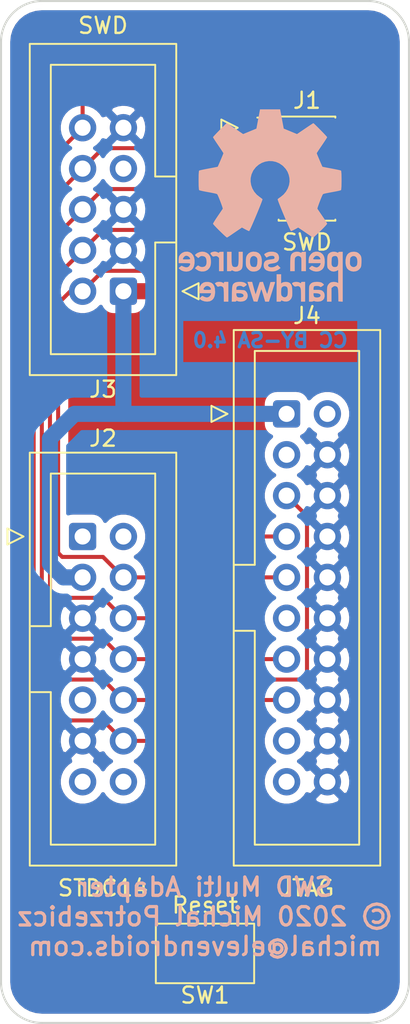
<source format=kicad_pcb>
(kicad_pcb (version 20171130) (host pcbnew 5.1.6)

  (general
    (thickness 1.6)
    (drawings 13)
    (tracks 102)
    (zones 0)
    (modules 6)
    (nets 20)
  )

  (page A4)
  (title_block
    (title "SWD Multi Adapter")
    (date 2020-07-27)
    (rev 1.0)
    (company "Michal Potrzebicz")
  )

  (layers
    (0 F.Cu signal)
    (31 B.Cu signal)
    (32 B.Adhes user)
    (33 F.Adhes user)
    (34 B.Paste user)
    (35 F.Paste user)
    (36 B.SilkS user)
    (37 F.SilkS user)
    (38 B.Mask user)
    (39 F.Mask user)
    (40 Dwgs.User user)
    (41 Cmts.User user)
    (42 Eco1.User user)
    (43 Eco2.User user)
    (44 Edge.Cuts user)
    (45 Margin user)
    (46 B.CrtYd user)
    (47 F.CrtYd user)
    (48 B.Fab user)
    (49 F.Fab user)
  )

  (setup
    (last_trace_width 0.254)
    (trace_clearance 0.1524)
    (zone_clearance 0.508)
    (zone_45_only no)
    (trace_min 0.1524)
    (via_size 0.6858)
    (via_drill 0.3302)
    (via_min_size 0.508)
    (via_min_drill 0.254)
    (uvia_size 0.508)
    (uvia_drill 0.254)
    (uvias_allowed no)
    (uvia_min_size 0.508)
    (uvia_min_drill 0.254)
    (edge_width 0.05)
    (segment_width 0.2)
    (pcb_text_width 0.3)
    (pcb_text_size 1.5 1.5)
    (mod_edge_width 0.12)
    (mod_text_size 1 1)
    (mod_text_width 0.15)
    (pad_size 1.524 1.524)
    (pad_drill 0.762)
    (pad_to_mask_clearance 0.0508)
    (aux_axis_origin 127 60.96)
    (grid_origin 127 60.96)
    (visible_elements FFFFFF7F)
    (pcbplotparams
      (layerselection 0x010f0_ffffffff)
      (usegerberextensions false)
      (usegerberattributes true)
      (usegerberadvancedattributes true)
      (creategerberjobfile true)
      (excludeedgelayer true)
      (linewidth 0.100000)
      (plotframeref false)
      (viasonmask false)
      (mode 1)
      (useauxorigin false)
      (hpglpennumber 1)
      (hpglpenspeed 20)
      (hpglpendiameter 15.000000)
      (psnegative false)
      (psa4output false)
      (plotreference true)
      (plotvalue true)
      (plotinvisibletext false)
      (padsonsilk false)
      (subtractmaskfromsilk false)
      (outputformat 1)
      (mirror false)
      (drillshape 0)
      (scaleselection 1)
      (outputdirectory ""))
  )

  (net 0 "")
  (net 1 "Net-(J1-Pad10)")
  (net 2 GND)
  (net 3 "Net-(J1-Pad8)")
  (net 4 "Net-(J1-Pad7)")
  (net 5 "Net-(J1-Pad6)")
  (net 6 "Net-(J1-Pad4)")
  (net 7 "Net-(J1-Pad2)")
  (net 8 VCC)
  (net 9 "Net-(J2-Pad14)")
  (net 10 "Net-(J2-Pad2)")
  (net 11 "Net-(J2-Pad13)")
  (net 12 "Net-(J2-Pad9)")
  (net 13 "Net-(J2-Pad1)")
  (net 14 "Net-(J3-Pad7)")
  (net 15 "Net-(J4-Pad2)")
  (net 16 "Net-(J4-Pad19)")
  (net 17 "Net-(J4-Pad17)")
  (net 18 "Net-(J4-Pad11)")
  (net 19 "Net-(J4-Pad3)")

  (net_class Default "This is the default net class."
    (clearance 0.1524)
    (trace_width 0.254)
    (via_dia 0.6858)
    (via_drill 0.3302)
    (uvia_dia 0.508)
    (uvia_drill 0.254)
    (add_net GND)
    (add_net "Net-(J1-Pad10)")
    (add_net "Net-(J1-Pad2)")
    (add_net "Net-(J1-Pad4)")
    (add_net "Net-(J1-Pad6)")
    (add_net "Net-(J1-Pad7)")
    (add_net "Net-(J1-Pad8)")
    (add_net "Net-(J2-Pad1)")
    (add_net "Net-(J2-Pad13)")
    (add_net "Net-(J2-Pad14)")
    (add_net "Net-(J2-Pad2)")
    (add_net "Net-(J2-Pad9)")
    (add_net "Net-(J3-Pad7)")
    (add_net "Net-(J4-Pad11)")
    (add_net "Net-(J4-Pad17)")
    (add_net "Net-(J4-Pad19)")
    (add_net "Net-(J4-Pad2)")
    (add_net "Net-(J4-Pad3)")
  )

  (net_class VCC ""
    (clearance 0.1524)
    (trace_width 1.016)
    (via_dia 0.6858)
    (via_drill 0.3302)
    (uvia_dia 0.508)
    (uvia_drill 0.254)
    (add_net VCC)
  )

  (module Symbol:OSHW-Logo_11.4x12mm_SilkScreen (layer B.Cu) (tedit 0) (tstamp 5F1F8902)
    (at 143.764 73.66 180)
    (descr "Open Source Hardware Logo")
    (tags "Logo OSHW")
    (attr virtual)
    (fp_text reference REF** (at 0 0) (layer B.SilkS) hide
      (effects (font (size 1 1) (thickness 0.15)) (justify mirror))
    )
    (fp_text value OSHW-Logo_11.4x12mm_SilkScreen (at 0.75 0) (layer B.Fab) hide
      (effects (font (size 1 1) (thickness 0.15)) (justify mirror))
    )
    (fp_poly (pts (xy 0.746535 5.366828) (xy 0.859117 4.769637) (xy 1.274531 4.59839) (xy 1.689944 4.427143)
      (xy 2.188302 4.766022) (xy 2.327868 4.860378) (xy 2.454028 4.944625) (xy 2.560895 5.014917)
      (xy 2.642582 5.067408) (xy 2.693201 5.098251) (xy 2.706986 5.104902) (xy 2.73182 5.087797)
      (xy 2.784888 5.040511) (xy 2.86024 4.969083) (xy 2.951929 4.879555) (xy 3.054007 4.777966)
      (xy 3.160526 4.670357) (xy 3.265536 4.562768) (xy 3.363091 4.46124) (xy 3.447242 4.371814)
      (xy 3.51204 4.300529) (xy 3.551538 4.253427) (xy 3.56098 4.237663) (xy 3.547391 4.208602)
      (xy 3.509293 4.144934) (xy 3.450694 4.052888) (xy 3.375597 3.938691) (xy 3.288009 3.808571)
      (xy 3.237254 3.734354) (xy 3.144745 3.598833) (xy 3.06254 3.476539) (xy 2.99463 3.37356)
      (xy 2.945 3.295982) (xy 2.91764 3.249894) (xy 2.913529 3.240208) (xy 2.922849 3.212681)
      (xy 2.948254 3.148527) (xy 2.985911 3.056765) (xy 3.031986 2.946416) (xy 3.082646 2.8265)
      (xy 3.134059 2.706036) (xy 3.182389 2.594046) (xy 3.223806 2.499548) (xy 3.254474 2.431563)
      (xy 3.270562 2.399112) (xy 3.271511 2.397835) (xy 3.296772 2.391638) (xy 3.364046 2.377815)
      (xy 3.46636 2.357723) (xy 3.596741 2.332721) (xy 3.748216 2.304169) (xy 3.836594 2.287704)
      (xy 3.998452 2.256886) (xy 4.144649 2.227561) (xy 4.267787 2.201334) (xy 4.360469 2.179809)
      (xy 4.415301 2.16459) (xy 4.426323 2.159762) (xy 4.437119 2.127081) (xy 4.445829 2.05327)
      (xy 4.45246 1.946963) (xy 4.457018 1.816788) (xy 4.459509 1.671379) (xy 4.459938 1.519365)
      (xy 4.458311 1.369378) (xy 4.454635 1.230049) (xy 4.448915 1.11001) (xy 4.441158 1.01789)
      (xy 4.431368 0.962323) (xy 4.425496 0.950755) (xy 4.390399 0.93689) (xy 4.316028 0.917067)
      (xy 4.212223 0.893616) (xy 4.088819 0.868864) (xy 4.045741 0.860857) (xy 3.838047 0.822814)
      (xy 3.673984 0.792176) (xy 3.54813 0.767726) (xy 3.455065 0.748246) (xy 3.389367 0.732519)
      (xy 3.345617 0.719327) (xy 3.318392 0.707451) (xy 3.302272 0.695675) (xy 3.300017 0.693347)
      (xy 3.277503 0.655855) (xy 3.243158 0.58289) (xy 3.200411 0.483388) (xy 3.152692 0.366282)
      (xy 3.10343 0.240507) (xy 3.056055 0.114998) (xy 3.013995 -0.00131) (xy 2.98068 -0.099484)
      (xy 2.959541 -0.170588) (xy 2.954005 -0.205687) (xy 2.954466 -0.206917) (xy 2.973223 -0.235606)
      (xy 3.015776 -0.29873) (xy 3.077653 -0.389718) (xy 3.154382 -0.502) (xy 3.241491 -0.629005)
      (xy 3.266299 -0.665098) (xy 3.354753 -0.795948) (xy 3.432588 -0.915336) (xy 3.495566 -1.016407)
      (xy 3.539445 -1.092304) (xy 3.559985 -1.136172) (xy 3.56098 -1.141562) (xy 3.543722 -1.169889)
      (xy 3.496036 -1.226006) (xy 3.42405 -1.303882) (xy 3.333897 -1.397485) (xy 3.231705 -1.500786)
      (xy 3.123606 -1.607751) (xy 3.015728 -1.712351) (xy 2.914204 -1.808554) (xy 2.825162 -1.890329)
      (xy 2.754733 -1.951645) (xy 2.709047 -1.986471) (xy 2.696409 -1.992157) (xy 2.666991 -1.978765)
      (xy 2.606761 -1.942644) (xy 2.52553 -1.889881) (xy 2.46303 -1.847412) (xy 2.349785 -1.769485)
      (xy 2.215674 -1.677729) (xy 2.081155 -1.58612) (xy 2.008833 -1.537091) (xy 1.764038 -1.371515)
      (xy 1.558551 -1.48262) (xy 1.464936 -1.531293) (xy 1.38533 -1.569126) (xy 1.331467 -1.590703)
      (xy 1.317757 -1.593706) (xy 1.30127 -1.571538) (xy 1.268745 -1.508894) (xy 1.222609 -1.411554)
      (xy 1.16529 -1.285294) (xy 1.099216 -1.135895) (xy 1.026815 -0.969133) (xy 0.950516 -0.790787)
      (xy 0.872746 -0.606636) (xy 0.795934 -0.422457) (xy 0.722506 -0.24403) (xy 0.654892 -0.077132)
      (xy 0.59552 0.072458) (xy 0.546816 0.198962) (xy 0.51121 0.296601) (xy 0.49113 0.359598)
      (xy 0.4879 0.381234) (xy 0.513496 0.408831) (xy 0.569539 0.45363) (xy 0.644311 0.506321)
      (xy 0.650587 0.51049) (xy 0.843845 0.665186) (xy 0.999674 0.845664) (xy 1.116724 1.046153)
      (xy 1.193645 1.260881) (xy 1.229086 1.484078) (xy 1.221697 1.709974) (xy 1.170127 1.932796)
      (xy 1.073026 2.146776) (xy 1.044458 2.193591) (xy 0.895868 2.382637) (xy 0.720327 2.534443)
      (xy 0.52391 2.648221) (xy 0.312693 2.72318) (xy 0.092753 2.758533) (xy -0.129837 2.753488)
      (xy -0.348999 2.707256) (xy -0.558658 2.619049) (xy -0.752739 2.488076) (xy -0.812774 2.434918)
      (xy -0.965565 2.268516) (xy -1.076903 2.093343) (xy -1.153277 1.896989) (xy -1.195813 1.702538)
      (xy -1.206314 1.483913) (xy -1.171299 1.264203) (xy -1.094327 1.050835) (xy -0.978953 0.851233)
      (xy -0.828734 0.672826) (xy -0.647227 0.523038) (xy -0.623373 0.507249) (xy -0.547799 0.455543)
      (xy -0.490349 0.410743) (xy -0.462883 0.382138) (xy -0.462483 0.381234) (xy -0.46838 0.350291)
      (xy -0.491755 0.280064) (xy -0.530179 0.17633) (xy -0.581223 0.044865) (xy -0.642458 -0.108552)
      (xy -0.711456 -0.278146) (xy -0.785786 -0.458138) (xy -0.863022 -0.642753) (xy -0.940732 -0.826213)
      (xy -1.016489 -1.002741) (xy -1.087863 -1.166559) (xy -1.152426 -1.311892) (xy -1.207748 -1.432962)
      (xy -1.2514 -1.523992) (xy -1.280954 -1.579205) (xy -1.292856 -1.593706) (xy -1.329223 -1.582414)
      (xy -1.39727 -1.55213) (xy -1.485263 -1.508265) (xy -1.533649 -1.48262) (xy -1.739137 -1.371515)
      (xy -1.983932 -1.537091) (xy -2.108894 -1.621915) (xy -2.245705 -1.715261) (xy -2.373911 -1.803153)
      (xy -2.438129 -1.847412) (xy -2.528449 -1.908063) (xy -2.604929 -1.956126) (xy -2.657593 -1.985515)
      (xy -2.674698 -1.991727) (xy -2.699595 -1.974968) (xy -2.754695 -1.928181) (xy -2.834657 -1.856225)
      (xy -2.934139 -1.763957) (xy -3.0478 -1.656235) (xy -3.119685 -1.587071) (xy -3.245449 -1.463502)
      (xy -3.354137 -1.352979) (xy -3.441355 -1.26023) (xy -3.502711 -1.189982) (xy -3.533809 -1.146965)
      (xy -3.536792 -1.138235) (xy -3.522947 -1.105029) (xy -3.484688 -1.037887) (xy -3.426258 -0.943608)
      (xy -3.351903 -0.82899) (xy -3.265865 -0.700828) (xy -3.241397 -0.665098) (xy -3.152245 -0.535234)
      (xy -3.072262 -0.418314) (xy -3.00592 -0.320907) (xy -2.957689 -0.249584) (xy -2.932043 -0.210915)
      (xy -2.929565 -0.206917) (xy -2.933271 -0.1761) (xy -2.952939 -0.108344) (xy -2.98514 -0.012584)
      (xy -3.026445 0.102246) (xy -3.073425 0.227211) (xy -3.122651 0.353376) (xy -3.170692 0.471807)
      (xy -3.214119 0.57357) (xy -3.249504 0.649729) (xy -3.273416 0.691351) (xy -3.275116 0.693347)
      (xy -3.289738 0.705242) (xy -3.314435 0.717005) (xy -3.354628 0.729854) (xy -3.415737 0.745006)
      (xy -3.503183 0.763679) (xy -3.622388 0.78709) (xy -3.778773 0.816458) (xy -3.977757 0.853)
      (xy -4.02084 0.860857) (xy -4.148529 0.885528) (xy -4.259847 0.909662) (xy -4.344955 0.930931)
      (xy -4.394017 0.947007) (xy -4.400595 0.950755) (xy -4.411436 0.983982) (xy -4.420247 1.058234)
      (xy -4.427024 1.164879) (xy -4.43176 1.295288) (xy -4.43445 1.440828) (xy -4.435087 1.592869)
      (xy -4.433666 1.742779) (xy -4.43018 1.881927) (xy -4.424624 2.001683) (xy -4.416992 2.093414)
      (xy -4.407278 2.148489) (xy -4.401422 2.159762) (xy -4.36882 2.171132) (xy -4.294582 2.189631)
      (xy -4.186104 2.213653) (xy -4.050783 2.241593) (xy -3.896015 2.271847) (xy -3.811692 2.287704)
      (xy -3.651704 2.317611) (xy -3.509033 2.344705) (xy -3.390652 2.367624) (xy -3.303535 2.385012)
      (xy -3.254655 2.395508) (xy -3.24661 2.397835) (xy -3.233013 2.424069) (xy -3.204271 2.48726)
      (xy -3.164215 2.578378) (xy -3.116676 2.688398) (xy -3.065485 2.80829) (xy -3.014474 2.929028)
      (xy -2.967474 3.041584) (xy -2.928316 3.136929) (xy -2.900831 3.206038) (xy -2.888851 3.239881)
      (xy -2.888628 3.24136) (xy -2.902209 3.268058) (xy -2.940285 3.329495) (xy -2.998853 3.419566)
      (xy -3.073912 3.532165) (xy -3.16146 3.661185) (xy -3.212353 3.735294) (xy -3.305091 3.871178)
      (xy -3.387459 3.994546) (xy -3.455439 4.099158) (xy -3.505012 4.178772) (xy -3.532158 4.227148)
      (xy -3.536079 4.237993) (xy -3.519225 4.263235) (xy -3.472632 4.317131) (xy -3.402251 4.393642)
      (xy -3.314035 4.486732) (xy -3.213935 4.59036) (xy -3.107902 4.698491) (xy -3.001889 4.805085)
      (xy -2.901848 4.904105) (xy -2.81373 4.989513) (xy -2.743487 5.05527) (xy -2.697072 5.095339)
      (xy -2.681544 5.104902) (xy -2.656261 5.091455) (xy -2.595789 5.05368) (xy -2.506008 4.99542)
      (xy -2.392797 4.920521) (xy -2.262036 4.83283) (xy -2.1634 4.766022) (xy -1.665043 4.427143)
      (xy -1.249629 4.59839) (xy -0.834216 4.769637) (xy -0.721634 5.366828) (xy -0.609051 5.96402)
      (xy 0.633952 5.96402) (xy 0.746535 5.366828)) (layer B.SilkS) (width 0.01))
    (fp_poly (pts (xy 3.563637 -2.887472) (xy 3.64929 -2.913641) (xy 3.704437 -2.946707) (xy 3.722401 -2.972855)
      (xy 3.717457 -3.003852) (xy 3.685372 -3.052547) (xy 3.658243 -3.087035) (xy 3.602317 -3.149383)
      (xy 3.560299 -3.175615) (xy 3.52448 -3.173903) (xy 3.418224 -3.146863) (xy 3.340189 -3.148091)
      (xy 3.27682 -3.178735) (xy 3.255546 -3.19667) (xy 3.187451 -3.259779) (xy 3.187451 -4.083922)
      (xy 2.913529 -4.083922) (xy 2.913529 -2.888628) (xy 3.05049 -2.888628) (xy 3.132719 -2.891879)
      (xy 3.175144 -2.903426) (xy 3.187445 -2.925952) (xy 3.187451 -2.92662) (xy 3.19326 -2.950215)
      (xy 3.219531 -2.947138) (xy 3.255931 -2.930115) (xy 3.331111 -2.898439) (xy 3.392158 -2.879381)
      (xy 3.470708 -2.874496) (xy 3.563637 -2.887472)) (layer B.SilkS) (width 0.01))
    (fp_poly (pts (xy -1.49324 -2.909199) (xy -1.431264 -2.938802) (xy -1.371241 -2.981561) (xy -1.325514 -3.030775)
      (xy -1.292207 -3.093544) (xy -1.269445 -3.176971) (xy -1.255353 -3.288159) (xy -1.248058 -3.434209)
      (xy -1.245682 -3.622223) (xy -1.245645 -3.641912) (xy -1.245098 -4.083922) (xy -1.51902 -4.083922)
      (xy -1.51902 -3.676435) (xy -1.519215 -3.525471) (xy -1.520564 -3.416056) (xy -1.524212 -3.339933)
      (xy -1.531304 -3.288848) (xy -1.542987 -3.254545) (xy -1.560406 -3.228768) (xy -1.584671 -3.203298)
      (xy -1.669565 -3.148571) (xy -1.762239 -3.138416) (xy -1.850527 -3.173017) (xy -1.88123 -3.19877)
      (xy -1.903771 -3.222982) (xy -1.919954 -3.248912) (xy -1.930832 -3.284708) (xy -1.937458 -3.338519)
      (xy -1.940885 -3.418493) (xy -1.942166 -3.532779) (xy -1.942353 -3.671907) (xy -1.942353 -4.083922)
      (xy -2.216275 -4.083922) (xy -2.216275 -2.888628) (xy -2.079314 -2.888628) (xy -1.997084 -2.891879)
      (xy -1.95466 -2.903426) (xy -1.942359 -2.925952) (xy -1.942353 -2.92662) (xy -1.936646 -2.948681)
      (xy -1.911473 -2.946177) (xy -1.861422 -2.921937) (xy -1.747906 -2.886271) (xy -1.618055 -2.882305)
      (xy -1.49324 -2.909199)) (layer B.SilkS) (width 0.01))
    (fp_poly (pts (xy 5.303287 -2.884355) (xy 5.367051 -2.899845) (xy 5.4893 -2.956569) (xy 5.593834 -3.043202)
      (xy 5.66618 -3.147074) (xy 5.676119 -3.170396) (xy 5.689754 -3.231484) (xy 5.699298 -3.321853)
      (xy 5.702549 -3.41319) (xy 5.702549 -3.585882) (xy 5.34147 -3.585882) (xy 5.192546 -3.586445)
      (xy 5.087632 -3.589864) (xy 5.020937 -3.598731) (xy 4.986666 -3.615641) (xy 4.979028 -3.643189)
      (xy 4.992229 -3.683968) (xy 5.015877 -3.731683) (xy 5.081843 -3.811314) (xy 5.173512 -3.850987)
      (xy 5.285555 -3.849695) (xy 5.412472 -3.806514) (xy 5.522158 -3.753224) (xy 5.613173 -3.825191)
      (xy 5.704188 -3.897157) (xy 5.618563 -3.976269) (xy 5.50425 -4.051017) (xy 5.363666 -4.096084)
      (xy 5.212449 -4.108696) (xy 5.066236 -4.086079) (xy 5.042647 -4.078405) (xy 4.914141 -4.011296)
      (xy 4.818551 -3.911247) (xy 4.753861 -3.775271) (xy 4.718057 -3.60038) (xy 4.71764 -3.596632)
      (xy 4.714434 -3.406032) (xy 4.727393 -3.338035) (xy 4.980392 -3.338035) (xy 5.003627 -3.348491)
      (xy 5.06671 -3.3565) (xy 5.159706 -3.361073) (xy 5.218638 -3.361765) (xy 5.328537 -3.361332)
      (xy 5.397252 -3.358578) (xy 5.433405 -3.351321) (xy 5.445615 -3.337376) (xy 5.442504 -3.314562)
      (xy 5.439894 -3.305735) (xy 5.395344 -3.2228) (xy 5.325279 -3.15596) (xy 5.263446 -3.126589)
      (xy 5.181301 -3.128362) (xy 5.098062 -3.16499) (xy 5.028238 -3.225634) (xy 4.986337 -3.299456)
      (xy 4.980392 -3.338035) (xy 4.727393 -3.338035) (xy 4.746385 -3.238395) (xy 4.809773 -3.097711)
      (xy 4.900878 -2.987974) (xy 5.015978 -2.913174) (xy 5.151355 -2.877304) (xy 5.303287 -2.884355)) (layer B.SilkS) (width 0.01))
    (fp_poly (pts (xy 4.390976 -2.899056) (xy 4.535256 -2.960348) (xy 4.580699 -2.990185) (xy 4.638779 -3.036036)
      (xy 4.675238 -3.072089) (xy 4.681568 -3.083832) (xy 4.663693 -3.109889) (xy 4.61795 -3.154105)
      (xy 4.581328 -3.184965) (xy 4.481088 -3.26552) (xy 4.401935 -3.198918) (xy 4.340769 -3.155921)
      (xy 4.281129 -3.141079) (xy 4.212872 -3.144704) (xy 4.104482 -3.171652) (xy 4.029872 -3.227587)
      (xy 3.98453 -3.318014) (xy 3.963947 -3.448435) (xy 3.963942 -3.448517) (xy 3.965722 -3.59429)
      (xy 3.993387 -3.701245) (xy 4.048571 -3.774064) (xy 4.086192 -3.798723) (xy 4.186105 -3.829431)
      (xy 4.292822 -3.829449) (xy 4.385669 -3.799655) (xy 4.407647 -3.785098) (xy 4.462765 -3.747914)
      (xy 4.505859 -3.74182) (xy 4.552335 -3.769496) (xy 4.603716 -3.819205) (xy 4.685046 -3.903116)
      (xy 4.594749 -3.977546) (xy 4.455236 -4.061549) (xy 4.297912 -4.102947) (xy 4.133503 -4.09995)
      (xy 4.025531 -4.0725) (xy 3.899331 -4.00462) (xy 3.798401 -3.897831) (xy 3.752548 -3.822451)
      (xy 3.71541 -3.714297) (xy 3.696827 -3.577318) (xy 3.696684 -3.428864) (xy 3.714865 -3.286281)
      (xy 3.751255 -3.166918) (xy 3.756987 -3.15468) (xy 3.841865 -3.034655) (xy 3.956782 -2.947267)
      (xy 4.092659 -2.894329) (xy 4.240417 -2.877654) (xy 4.390976 -2.899056)) (layer B.SilkS) (width 0.01))
    (fp_poly (pts (xy 1.967254 -3.276245) (xy 1.969608 -3.458879) (xy 1.978207 -3.5976) (xy 1.99536 -3.698147)
      (xy 2.023374 -3.766254) (xy 2.064557 -3.807659) (xy 2.121217 -3.828097) (xy 2.191372 -3.833318)
      (xy 2.264848 -3.827468) (xy 2.320657 -3.806093) (xy 2.361109 -3.763458) (xy 2.388509 -3.693825)
      (xy 2.405167 -3.59146) (xy 2.413389 -3.450624) (xy 2.41549 -3.276245) (xy 2.41549 -2.888628)
      (xy 2.689411 -2.888628) (xy 2.689411 -4.083922) (xy 2.552451 -4.083922) (xy 2.469884 -4.080576)
      (xy 2.427368 -4.068826) (xy 2.41549 -4.04652) (xy 2.408336 -4.026654) (xy 2.379865 -4.030857)
      (xy 2.322476 -4.058971) (xy 2.190945 -4.102342) (xy 2.051438 -4.09927) (xy 1.917765 -4.052174)
      (xy 1.854108 -4.014971) (xy 1.805553 -3.974691) (xy 1.770081 -3.924291) (xy 1.745674 -3.856729)
      (xy 1.730313 -3.764965) (xy 1.721982 -3.641955) (xy 1.718662 -3.480659) (xy 1.718235 -3.355928)
      (xy 1.718235 -2.888628) (xy 1.967254 -2.888628) (xy 1.967254 -3.276245)) (layer B.SilkS) (width 0.01))
    (fp_poly (pts (xy 1.209547 -2.903364) (xy 1.335502 -2.971959) (xy 1.434047 -3.080245) (xy 1.480478 -3.168315)
      (xy 1.500412 -3.246101) (xy 1.513328 -3.356993) (xy 1.518863 -3.484738) (xy 1.516654 -3.613084)
      (xy 1.506337 -3.725779) (xy 1.494286 -3.785969) (xy 1.453634 -3.868311) (xy 1.38323 -3.95577)
      (xy 1.298382 -4.032251) (xy 1.214397 -4.081655) (xy 1.212349 -4.082439) (xy 1.108134 -4.104027)
      (xy 0.984627 -4.104562) (xy 0.867261 -4.084908) (xy 0.821942 -4.069155) (xy 0.70522 -4.002966)
      (xy 0.621624 -3.916246) (xy 0.566701 -3.801438) (xy 0.535995 -3.650982) (xy 0.529047 -3.572173)
      (xy 0.529933 -3.473145) (xy 0.796862 -3.473145) (xy 0.805854 -3.617645) (xy 0.831736 -3.72776)
      (xy 0.872868 -3.798116) (xy 0.902172 -3.818235) (xy 0.977251 -3.832265) (xy 1.066494 -3.828111)
      (xy 1.14365 -3.807922) (xy 1.163883 -3.796815) (xy 1.217265 -3.732123) (xy 1.2525 -3.633119)
      (xy 1.267498 -3.512632) (xy 1.260172 -3.383494) (xy 1.243799 -3.305775) (xy 1.19679 -3.215771)
      (xy 1.122582 -3.159509) (xy 1.033209 -3.140057) (xy 0.940707 -3.160481) (xy 0.869653 -3.210437)
      (xy 0.832312 -3.251655) (xy 0.810518 -3.292281) (xy 0.80013 -3.347264) (xy 0.797006 -3.431549)
      (xy 0.796862 -3.473145) (xy 0.529933 -3.473145) (xy 0.53093 -3.361874) (xy 0.56518 -3.189423)
      (xy 0.631802 -3.054814) (xy 0.730799 -2.95804) (xy 0.862175 -2.899094) (xy 0.890385 -2.892259)
      (xy 1.059926 -2.876213) (xy 1.209547 -2.903364)) (layer B.SilkS) (width 0.01))
    (fp_poly (pts (xy 0.027759 -2.884345) (xy 0.122059 -2.902229) (xy 0.21989 -2.939633) (xy 0.230343 -2.944402)
      (xy 0.304531 -2.983412) (xy 0.35591 -3.019664) (xy 0.372517 -3.042887) (xy 0.356702 -3.080761)
      (xy 0.318288 -3.136644) (xy 0.301237 -3.157505) (xy 0.230969 -3.239618) (xy 0.140379 -3.186168)
      (xy 0.054164 -3.150561) (xy -0.045451 -3.131529) (xy -0.140981 -3.130326) (xy -0.214939 -3.14821)
      (xy -0.232688 -3.159373) (xy -0.266488 -3.210553) (xy -0.270596 -3.269509) (xy -0.245304 -3.315567)
      (xy -0.230344 -3.324499) (xy -0.185514 -3.335592) (xy -0.106714 -3.34863) (xy -0.009574 -3.361088)
      (xy 0.008346 -3.363042) (xy 0.164365 -3.39003) (xy 0.277523 -3.435873) (xy 0.352569 -3.504803)
      (xy 0.394253 -3.601054) (xy 0.407238 -3.718617) (xy 0.389299 -3.852254) (xy 0.33105 -3.957195)
      (xy 0.232255 -4.03363) (xy 0.092682 -4.081748) (xy -0.062255 -4.100732) (xy -0.188602 -4.100504)
      (xy -0.291087 -4.083262) (xy -0.361079 -4.059457) (xy -0.449517 -4.017978) (xy -0.531246 -3.969842)
      (xy -0.560295 -3.948655) (xy -0.635 -3.887676) (xy -0.544902 -3.796508) (xy -0.454804 -3.705339)
      (xy -0.352368 -3.773128) (xy -0.249626 -3.824042) (xy -0.139913 -3.850673) (xy -0.034449 -3.853483)
      (xy 0.055546 -3.832935) (xy 0.118854 -3.789493) (xy 0.139296 -3.752838) (xy 0.136229 -3.694053)
      (xy 0.085434 -3.649099) (xy -0.012952 -3.618057) (xy -0.120744 -3.60371) (xy -0.286635 -3.576337)
      (xy -0.409876 -3.524693) (xy -0.492114 -3.447266) (xy -0.534999 -3.342544) (xy -0.54094 -3.218387)
      (xy -0.511594 -3.088702) (xy -0.444691 -2.990677) (xy -0.339629 -2.923866) (xy -0.19581 -2.88782)
      (xy -0.089262 -2.880754) (xy 0.027759 -2.884345)) (layer B.SilkS) (width 0.01))
    (fp_poly (pts (xy -2.686796 -2.916354) (xy -2.661981 -2.928037) (xy -2.576094 -2.990951) (xy -2.494879 -3.082769)
      (xy -2.434236 -3.183868) (xy -2.416988 -3.230349) (xy -2.401251 -3.313376) (xy -2.391867 -3.413713)
      (xy -2.390728 -3.455147) (xy -2.390589 -3.585882) (xy -3.143047 -3.585882) (xy -3.127007 -3.654363)
      (xy -3.087637 -3.735355) (xy -3.018806 -3.805351) (xy -2.936919 -3.850441) (xy -2.884737 -3.859804)
      (xy -2.813971 -3.848441) (xy -2.72954 -3.819943) (xy -2.700858 -3.806831) (xy -2.594791 -3.753858)
      (xy -2.504272 -3.822901) (xy -2.452039 -3.869597) (xy -2.424247 -3.90814) (xy -2.42284 -3.919452)
      (xy -2.447668 -3.946868) (xy -2.502083 -3.988532) (xy -2.551472 -4.021037) (xy -2.684748 -4.079468)
      (xy -2.834161 -4.105915) (xy -2.982249 -4.099039) (xy -3.100295 -4.063096) (xy -3.221982 -3.986101)
      (xy -3.30846 -3.884728) (xy -3.362559 -3.75357) (xy -3.387109 -3.587224) (xy -3.389286 -3.511108)
      (xy -3.380573 -3.336685) (xy -3.379503 -3.331611) (xy -3.130173 -3.331611) (xy -3.123306 -3.347968)
      (xy -3.095083 -3.356988) (xy -3.036873 -3.360854) (xy -2.940042 -3.361749) (xy -2.902757 -3.361765)
      (xy -2.789317 -3.360413) (xy -2.717378 -3.355505) (xy -2.678687 -3.34576) (xy -2.664995 -3.329899)
      (xy -2.66451 -3.324805) (xy -2.680137 -3.284326) (xy -2.719247 -3.227621) (xy -2.736061 -3.207766)
      (xy -2.798481 -3.151611) (xy -2.863547 -3.129532) (xy -2.898603 -3.127686) (xy -2.993442 -3.150766)
      (xy -3.072973 -3.212759) (xy -3.123423 -3.302802) (xy -3.124317 -3.305735) (xy -3.130173 -3.331611)
      (xy -3.379503 -3.331611) (xy -3.351601 -3.199343) (xy -3.29941 -3.089461) (xy -3.235579 -3.011461)
      (xy -3.117567 -2.926882) (xy -2.978842 -2.881686) (xy -2.83129 -2.8776) (xy -2.686796 -2.916354)) (layer B.SilkS) (width 0.01))
    (fp_poly (pts (xy -5.026753 -2.901568) (xy -4.896478 -2.959163) (xy -4.797581 -3.055334) (xy -4.729918 -3.190229)
      (xy -4.693345 -3.363996) (xy -4.690724 -3.391126) (xy -4.68867 -3.582408) (xy -4.715301 -3.750073)
      (xy -4.768999 -3.885967) (xy -4.797753 -3.929681) (xy -4.897909 -4.022198) (xy -5.025463 -4.082119)
      (xy -5.168163 -4.106985) (xy -5.31376 -4.094339) (xy -5.424438 -4.055391) (xy -5.519616 -3.989755)
      (xy -5.597406 -3.903699) (xy -5.598751 -3.901685) (xy -5.630343 -3.84857) (xy -5.650873 -3.79516)
      (xy -5.663305 -3.727754) (xy -5.670603 -3.632653) (xy -5.673818 -3.554666) (xy -5.675156 -3.483944)
      (xy -5.426186 -3.483944) (xy -5.423753 -3.554348) (xy -5.41492 -3.648068) (xy -5.399336 -3.708214)
      (xy -5.371234 -3.751006) (xy -5.344914 -3.776002) (xy -5.251608 -3.828338) (xy -5.15398 -3.835333)
      (xy -5.063058 -3.797676) (xy -5.017598 -3.755479) (xy -4.984838 -3.712956) (xy -4.965677 -3.672267)
      (xy -4.957267 -3.619314) (xy -4.956763 -3.539997) (xy -4.959355 -3.46695) (xy -4.964929 -3.362601)
      (xy -4.973766 -3.29492) (xy -4.989693 -3.250774) (xy -5.016538 -3.217031) (xy -5.037811 -3.197746)
      (xy -5.126794 -3.147086) (xy -5.222789 -3.14456) (xy -5.303281 -3.174567) (xy -5.371947 -3.237231)
      (xy -5.412856 -3.340168) (xy -5.426186 -3.483944) (xy -5.675156 -3.483944) (xy -5.676754 -3.399582)
      (xy -5.67174 -3.2836) (xy -5.656717 -3.196367) (xy -5.629624 -3.12753) (xy -5.5884 -3.066737)
      (xy -5.573115 -3.048686) (xy -5.477546 -2.958746) (xy -5.375039 -2.906211) (xy -5.249679 -2.884201)
      (xy -5.18855 -2.882402) (xy -5.026753 -2.901568)) (layer B.SilkS) (width 0.01))
    (fp_poly (pts (xy 4.025307 -4.762784) (xy 4.144337 -4.793731) (xy 4.244021 -4.8576) (xy 4.292288 -4.905313)
      (xy 4.371408 -5.018106) (xy 4.416752 -5.14895) (xy 4.43233 -5.309792) (xy 4.43241 -5.322794)
      (xy 4.432549 -5.45353) (xy 3.680091 -5.45353) (xy 3.69613 -5.52201) (xy 3.725091 -5.584031)
      (xy 3.775778 -5.648654) (xy 3.786379 -5.658971) (xy 3.877494 -5.714805) (xy 3.9814 -5.724275)
      (xy 4.101 -5.68754) (xy 4.121274 -5.677647) (xy 4.183456 -5.647574) (xy 4.225106 -5.63044)
      (xy 4.232373 -5.628855) (xy 4.25774 -5.644242) (xy 4.30612 -5.681887) (xy 4.330679 -5.702459)
      (xy 4.38157 -5.749714) (xy 4.398281 -5.780917) (xy 4.386683 -5.80962) (xy 4.380483 -5.817468)
      (xy 4.338493 -5.851819) (xy 4.269206 -5.893565) (xy 4.220882 -5.917935) (xy 4.083711 -5.960873)
      (xy 3.931847 -5.974786) (xy 3.788024 -5.9583) (xy 3.747745 -5.946496) (xy 3.623078 -5.879689)
      (xy 3.530671 -5.776892) (xy 3.46999 -5.637105) (xy 3.440498 -5.45933) (xy 3.43726 -5.366373)
      (xy 3.446714 -5.231033) (xy 3.68549 -5.231033) (xy 3.708584 -5.241038) (xy 3.770662 -5.248888)
      (xy 3.860914 -5.253521) (xy 3.922058 -5.254314) (xy 4.03204 -5.253549) (xy 4.101457 -5.24997)
      (xy 4.139538 -5.241649) (xy 4.155515 -5.226657) (xy 4.158627 -5.204903) (xy 4.137278 -5.137892)
      (xy 4.083529 -5.071664) (xy 4.012822 -5.020832) (xy 3.942089 -5.000038) (xy 3.846016 -5.018484)
      (xy 3.762849 -5.071811) (xy 3.705186 -5.148677) (xy 3.68549 -5.231033) (xy 3.446714 -5.231033)
      (xy 3.451028 -5.169291) (xy 3.49352 -5.012271) (xy 3.565635 -4.894069) (xy 3.668273 -4.81344)
      (xy 3.802332 -4.769139) (xy 3.874957 -4.760607) (xy 4.025307 -4.762784)) (layer B.SilkS) (width 0.01))
    (fp_poly (pts (xy 3.238446 -4.755883) (xy 3.334177 -4.774755) (xy 3.388677 -4.802699) (xy 3.446008 -4.849123)
      (xy 3.364441 -4.952111) (xy 3.31415 -5.014479) (xy 3.280001 -5.044907) (xy 3.246063 -5.049555)
      (xy 3.196406 -5.034586) (xy 3.173096 -5.026117) (xy 3.078063 -5.013622) (xy 2.991032 -5.040406)
      (xy 2.927138 -5.100915) (xy 2.916759 -5.120208) (xy 2.905456 -5.171314) (xy 2.896732 -5.2655)
      (xy 2.890997 -5.396089) (xy 2.88866 -5.556405) (xy 2.888627 -5.579211) (xy 2.888627 -5.976471)
      (xy 2.614705 -5.976471) (xy 2.614705 -4.756275) (xy 2.751666 -4.756275) (xy 2.830638 -4.758337)
      (xy 2.871779 -4.767513) (xy 2.886992 -4.78829) (xy 2.888627 -4.807886) (xy 2.888627 -4.859497)
      (xy 2.95424 -4.807886) (xy 3.029475 -4.772675) (xy 3.130544 -4.755265) (xy 3.238446 -4.755883)) (layer B.SilkS) (width 0.01))
    (fp_poly (pts (xy 2.056459 -4.763669) (xy 2.16142 -4.789163) (xy 2.191761 -4.802669) (xy 2.250573 -4.838046)
      (xy 2.295709 -4.87789) (xy 2.329106 -4.92912) (xy 2.352701 -4.998654) (xy 2.368433 -5.093409)
      (xy 2.378239 -5.220305) (xy 2.384057 -5.386258) (xy 2.386266 -5.497108) (xy 2.394396 -5.976471)
      (xy 2.255531 -5.976471) (xy 2.171287 -5.972938) (xy 2.127884 -5.960866) (xy 2.116666 -5.940594)
      (xy 2.110744 -5.918674) (xy 2.084266 -5.922865) (xy 2.048186 -5.940441) (xy 1.957862 -5.967382)
      (xy 1.841777 -5.974642) (xy 1.71968 -5.962767) (xy 1.611321 -5.932305) (xy 1.601602 -5.928077)
      (xy 1.502568 -5.858505) (xy 1.437281 -5.761789) (xy 1.40724 -5.648738) (xy 1.409535 -5.608122)
      (xy 1.654633 -5.608122) (xy 1.676229 -5.662782) (xy 1.740259 -5.701952) (xy 1.843565 -5.722974)
      (xy 1.898774 -5.725766) (xy 1.990782 -5.71862) (xy 2.051941 -5.690848) (xy 2.066862 -5.677647)
      (xy 2.107287 -5.605829) (xy 2.116666 -5.540686) (xy 2.116666 -5.45353) (xy 1.995269 -5.45353)
      (xy 1.854153 -5.460722) (xy 1.755173 -5.483345) (xy 1.692633 -5.522964) (xy 1.678631 -5.540628)
      (xy 1.654633 -5.608122) (xy 1.409535 -5.608122) (xy 1.413941 -5.530157) (xy 1.45888 -5.416855)
      (xy 1.520196 -5.340285) (xy 1.557332 -5.307181) (xy 1.593687 -5.285425) (xy 1.64099 -5.272161)
      (xy 1.710973 -5.264528) (xy 1.815364 -5.25967) (xy 1.85677 -5.258273) (xy 2.116666 -5.24978)
      (xy 2.116285 -5.171116) (xy 2.106219 -5.088428) (xy 2.069829 -5.038431) (xy 1.996311 -5.006489)
      (xy 1.994339 -5.00592) (xy 1.890105 -4.993361) (xy 1.788108 -5.009766) (xy 1.712305 -5.049657)
      (xy 1.68189 -5.069354) (xy 1.649132 -5.066629) (xy 1.598721 -5.038091) (xy 1.569119 -5.01795)
      (xy 1.511218 -4.974919) (xy 1.475352 -4.942662) (xy 1.469597 -4.933427) (xy 1.493295 -4.885636)
      (xy 1.563313 -4.828562) (xy 1.593725 -4.809305) (xy 1.681155 -4.77614) (xy 1.798983 -4.75735)
      (xy 1.929866 -4.753129) (xy 2.056459 -4.763669)) (layer B.SilkS) (width 0.01))
    (fp_poly (pts (xy 0.557528 -4.761332) (xy 0.656014 -4.768726) (xy 0.784776 -5.154706) (xy 0.913537 -5.540686)
      (xy 0.953911 -5.403726) (xy 0.978207 -5.319083) (xy 1.010167 -5.204697) (xy 1.044679 -5.078963)
      (xy 1.062928 -5.01152) (xy 1.131571 -4.756275) (xy 1.414773 -4.756275) (xy 1.330122 -5.023971)
      (xy 1.288435 -5.155638) (xy 1.238074 -5.314458) (xy 1.185481 -5.480128) (xy 1.13853 -5.627843)
      (xy 1.031589 -5.96402) (xy 0.800661 -5.979044) (xy 0.73805 -5.772316) (xy 0.699438 -5.643896)
      (xy 0.6573 -5.502322) (xy 0.620472 -5.377285) (xy 0.619018 -5.372309) (xy 0.591511 -5.287586)
      (xy 0.567242 -5.229778) (xy 0.550243 -5.207918) (xy 0.54675 -5.210446) (xy 0.53449 -5.244336)
      (xy 0.511195 -5.31693) (xy 0.4797 -5.419101) (xy 0.442842 -5.54172) (xy 0.422899 -5.609167)
      (xy 0.314895 -5.976471) (xy 0.085679 -5.976471) (xy -0.097561 -5.3975) (xy -0.149037 -5.235091)
      (xy -0.19593 -5.087602) (xy -0.236023 -4.96196) (xy -0.267103 -4.865095) (xy -0.286955 -4.803934)
      (xy -0.292989 -4.786065) (xy -0.288212 -4.767768) (xy -0.250703 -4.759755) (xy -0.172645 -4.760557)
      (xy -0.160426 -4.761163) (xy -0.015674 -4.768726) (xy 0.07913 -5.117353) (xy 0.113977 -5.244497)
      (xy 0.145117 -5.356265) (xy 0.169809 -5.442953) (xy 0.185312 -5.494856) (xy 0.188176 -5.503318)
      (xy 0.200046 -5.493587) (xy 0.223983 -5.443172) (xy 0.257239 -5.358935) (xy 0.297064 -5.247741)
      (xy 0.33073 -5.147297) (xy 0.459041 -4.753939) (xy 0.557528 -4.761332)) (layer B.SilkS) (width 0.01))
    (fp_poly (pts (xy -0.398432 -5.976471) (xy -0.535393 -5.976471) (xy -0.614889 -5.97414) (xy -0.656292 -5.964488)
      (xy -0.671199 -5.943525) (xy -0.672353 -5.929351) (xy -0.674867 -5.900927) (xy -0.69072 -5.895475)
      (xy -0.732379 -5.912998) (xy -0.764776 -5.929351) (xy -0.889151 -5.968103) (xy -1.024354 -5.970346)
      (xy -1.134274 -5.941444) (xy -1.236634 -5.871619) (xy -1.31466 -5.768555) (xy -1.357386 -5.646989)
      (xy -1.358474 -5.640192) (xy -1.364822 -5.566032) (xy -1.367979 -5.45957) (xy -1.367725 -5.379052)
      (xy -1.095711 -5.379052) (xy -1.08941 -5.48607) (xy -1.075075 -5.574278) (xy -1.055669 -5.62409)
      (xy -0.982254 -5.692162) (xy -0.895086 -5.716564) (xy -0.805196 -5.696831) (xy -0.728383 -5.637968)
      (xy -0.699292 -5.598379) (xy -0.682283 -5.551138) (xy -0.674316 -5.482181) (xy -0.672353 -5.378607)
      (xy -0.675866 -5.276039) (xy -0.685143 -5.185921) (xy -0.698294 -5.125613) (xy -0.700486 -5.120208)
      (xy -0.753522 -5.05594) (xy -0.830933 -5.020656) (xy -0.917546 -5.014959) (xy -0.998193 -5.039453)
      (xy -1.057703 -5.094742) (xy -1.063876 -5.105743) (xy -1.083199 -5.172827) (xy -1.093726 -5.269284)
      (xy -1.095711 -5.379052) (xy -1.367725 -5.379052) (xy -1.367596 -5.338225) (xy -1.365806 -5.272918)
      (xy -1.353627 -5.111355) (xy -1.328315 -4.990053) (xy -1.286207 -4.900379) (xy -1.223641 -4.833699)
      (xy -1.1629 -4.794557) (xy -1.078036 -4.76704) (xy -0.972485 -4.757603) (xy -0.864402 -4.76529)
      (xy -0.771942 -4.789146) (xy -0.72309 -4.817685) (xy -0.672353 -4.863601) (xy -0.672353 -4.283137)
      (xy -0.398432 -4.283137) (xy -0.398432 -5.976471)) (layer B.SilkS) (width 0.01))
    (fp_poly (pts (xy -1.967236 -4.758921) (xy -1.92997 -4.770091) (xy -1.917957 -4.794633) (xy -1.917451 -4.805712)
      (xy -1.915296 -4.836572) (xy -1.900449 -4.841417) (xy -1.860343 -4.82026) (xy -1.83652 -4.805806)
      (xy -1.761362 -4.77485) (xy -1.671594 -4.759544) (xy -1.577471 -4.758367) (xy -1.489246 -4.769799)
      (xy -1.417174 -4.79232) (xy -1.371508 -4.824409) (xy -1.362502 -4.864545) (xy -1.367047 -4.875415)
      (xy -1.400179 -4.920534) (xy -1.451555 -4.976026) (xy -1.460848 -4.984996) (xy -1.509818 -5.026245)
      (xy -1.552069 -5.039572) (xy -1.611159 -5.030271) (xy -1.634831 -5.02409) (xy -1.708496 -5.009246)
      (xy -1.76029 -5.015921) (xy -1.804031 -5.039465) (xy -1.844098 -5.071061) (xy -1.873608 -5.110798)
      (xy -1.894116 -5.166252) (xy -1.907176 -5.245003) (xy -1.914344 -5.354629) (xy -1.917176 -5.502706)
      (xy -1.917451 -5.592111) (xy -1.917451 -5.976471) (xy -2.166471 -5.976471) (xy -2.166471 -4.756275)
      (xy -2.041961 -4.756275) (xy -1.967236 -4.758921)) (layer B.SilkS) (width 0.01))
    (fp_poly (pts (xy -2.74128 -4.765922) (xy -2.62413 -4.79718) (xy -2.534949 -4.853837) (xy -2.472016 -4.928045)
      (xy -2.452452 -4.959716) (xy -2.438008 -4.992891) (xy -2.427911 -5.035329) (xy -2.421385 -5.094788)
      (xy -2.417658 -5.179029) (xy -2.415954 -5.29581) (xy -2.4155 -5.45289) (xy -2.415491 -5.494565)
      (xy -2.415491 -5.976471) (xy -2.53502 -5.976471) (xy -2.611261 -5.971131) (xy -2.667634 -5.957604)
      (xy -2.681758 -5.949262) (xy -2.72037 -5.934864) (xy -2.759808 -5.949262) (xy -2.824738 -5.967237)
      (xy -2.919055 -5.974472) (xy -3.023593 -5.971333) (xy -3.119189 -5.958186) (xy -3.175 -5.941318)
      (xy -3.283002 -5.871986) (xy -3.350497 -5.775772) (xy -3.380841 -5.647844) (xy -3.381123 -5.644559)
      (xy -3.37846 -5.587808) (xy -3.137647 -5.587808) (xy -3.116595 -5.652358) (xy -3.082303 -5.688686)
      (xy -3.013468 -5.716162) (xy -2.92261 -5.727129) (xy -2.829958 -5.721731) (xy -2.755744 -5.70011)
      (xy -2.734951 -5.686239) (xy -2.698619 -5.622143) (xy -2.689412 -5.549278) (xy -2.689412 -5.45353)
      (xy -2.827173 -5.45353) (xy -2.958047 -5.463605) (xy -3.057259 -5.492148) (xy -3.118977 -5.536639)
      (xy -3.137647 -5.587808) (xy -3.37846 -5.587808) (xy -3.374564 -5.50479) (xy -3.328466 -5.394282)
      (xy -3.2418 -5.310712) (xy -3.229821 -5.30311) (xy -3.178345 -5.278357) (xy -3.114632 -5.263368)
      (xy -3.025565 -5.256082) (xy -2.919755 -5.254407) (xy -2.689412 -5.254314) (xy -2.689412 -5.157755)
      (xy -2.699183 -5.082836) (xy -2.724116 -5.032644) (xy -2.727035 -5.029972) (xy -2.782519 -5.008015)
      (xy -2.866273 -4.999505) (xy -2.958833 -5.003687) (xy -3.04073 -5.019809) (xy -3.089327 -5.04399)
      (xy -3.115659 -5.063359) (xy -3.143465 -5.067057) (xy -3.181839 -5.051188) (xy -3.239875 -5.011855)
      (xy -3.326669 -4.945164) (xy -3.334635 -4.938916) (xy -3.330553 -4.9158) (xy -3.296499 -4.877352)
      (xy -3.24474 -4.834627) (xy -3.187545 -4.798679) (xy -3.169575 -4.790191) (xy -3.104028 -4.773252)
      (xy -3.00798 -4.76117) (xy -2.900671 -4.756323) (xy -2.895653 -4.756313) (xy -2.74128 -4.765922)) (layer B.SilkS) (width 0.01))
    (fp_poly (pts (xy -3.780091 -2.90956) (xy -3.727588 -2.935499) (xy -3.662842 -2.9807) (xy -3.615653 -3.029991)
      (xy -3.583335 -3.091885) (xy -3.563203 -3.174896) (xy -3.55257 -3.287538) (xy -3.548753 -3.438324)
      (xy -3.54853 -3.503149) (xy -3.549182 -3.645221) (xy -3.551888 -3.746757) (xy -3.557776 -3.817015)
      (xy -3.567973 -3.865256) (xy -3.583606 -3.900738) (xy -3.599872 -3.924943) (xy -3.703705 -4.027929)
      (xy -3.825979 -4.089874) (xy -3.957886 -4.108506) (xy -4.090616 -4.081549) (xy -4.132667 -4.062486)
      (xy -4.233334 -4.010015) (xy -4.233334 -4.832259) (xy -4.159865 -4.794267) (xy -4.063059 -4.764872)
      (xy -3.944072 -4.757342) (xy -3.825255 -4.771245) (xy -3.735527 -4.802476) (xy -3.661101 -4.861954)
      (xy -3.59751 -4.947066) (xy -3.592729 -4.955805) (xy -3.572563 -4.996966) (xy -3.557835 -5.038454)
      (xy -3.547697 -5.088713) (xy -3.541301 -5.156184) (xy -3.537799 -5.249309) (xy -3.536342 -5.376531)
      (xy -3.536079 -5.519701) (xy -3.536079 -5.976471) (xy -3.81 -5.976471) (xy -3.81 -5.134231)
      (xy -3.886617 -5.069763) (xy -3.966207 -5.018194) (xy -4.041578 -5.008818) (xy -4.117367 -5.032947)
      (xy -4.157759 -5.056574) (xy -4.187821 -5.090227) (xy -4.209203 -5.141087) (xy -4.22355 -5.216334)
      (xy -4.23251 -5.323146) (xy -4.23773 -5.468704) (xy -4.239569 -5.565588) (xy -4.245785 -5.96402)
      (xy -4.37652 -5.971547) (xy -4.507255 -5.979073) (xy -4.507255 -3.506582) (xy -4.233334 -3.506582)
      (xy -4.22635 -3.644423) (xy -4.202818 -3.740107) (xy -4.158865 -3.799641) (xy -4.090618 -3.829029)
      (xy -4.021667 -3.834902) (xy -3.943614 -3.828154) (xy -3.891811 -3.801594) (xy -3.859417 -3.766499)
      (xy -3.833916 -3.728752) (xy -3.818735 -3.6867) (xy -3.811981 -3.627779) (xy -3.811759 -3.539428)
      (xy -3.814032 -3.465448) (xy -3.819251 -3.354) (xy -3.827021 -3.280833) (xy -3.840105 -3.234422)
      (xy -3.861268 -3.203244) (xy -3.88124 -3.185223) (xy -3.964686 -3.145925) (xy -4.063449 -3.139579)
      (xy -4.120159 -3.153116) (xy -4.176308 -3.201233) (xy -4.213501 -3.294833) (xy -4.231528 -3.433254)
      (xy -4.233334 -3.506582) (xy -4.507255 -3.506582) (xy -4.507255 -2.888628) (xy -4.370295 -2.888628)
      (xy -4.288065 -2.891879) (xy -4.24564 -2.903426) (xy -4.233339 -2.925952) (xy -4.233334 -2.92662)
      (xy -4.227626 -2.948681) (xy -4.202453 -2.946176) (xy -4.152402 -2.921935) (xy -4.035781 -2.884851)
      (xy -3.904571 -2.880953) (xy -3.780091 -2.90956)) (layer B.SilkS) (width 0.01))
  )

  (module Connector_IDC:IDC-Header_2x10_P2.54mm_Vertical (layer F.Cu) (tedit 5EAC9A07) (tstamp 5F1F8A45)
    (at 144.78 86.614)
    (descr "Through hole IDC box header, 2x10, 2.54mm pitch, DIN 41651 / IEC 60603-13, double rows, https://docs.google.com/spreadsheets/d/16SsEcesNF15N3Lb4niX7dcUr-NY5_MFPQhobNuNppn4/edit#gid=0")
    (tags "Through hole vertical IDC box header THT 2x10 2.54mm double row")
    (path /5F42A6E7)
    (fp_text reference J4 (at 1.27 -6.1) (layer F.SilkS)
      (effects (font (size 1 1) (thickness 0.15)))
    )
    (fp_text value JTAG (at 1.27 29.464) (layer F.SilkS)
      (effects (font (size 1 1) (thickness 0.15)))
    )
    (fp_line (start -3.18 -4.1) (end -2.18 -5.1) (layer F.Fab) (width 0.1))
    (fp_line (start -2.18 -5.1) (end 5.72 -5.1) (layer F.Fab) (width 0.1))
    (fp_line (start 5.72 -5.1) (end 5.72 27.96) (layer F.Fab) (width 0.1))
    (fp_line (start 5.72 27.96) (end -3.18 27.96) (layer F.Fab) (width 0.1))
    (fp_line (start -3.18 27.96) (end -3.18 -4.1) (layer F.Fab) (width 0.1))
    (fp_line (start -3.18 9.38) (end -1.98 9.38) (layer F.Fab) (width 0.1))
    (fp_line (start -1.98 9.38) (end -1.98 -3.91) (layer F.Fab) (width 0.1))
    (fp_line (start -1.98 -3.91) (end 4.52 -3.91) (layer F.Fab) (width 0.1))
    (fp_line (start 4.52 -3.91) (end 4.52 26.77) (layer F.Fab) (width 0.1))
    (fp_line (start 4.52 26.77) (end -1.98 26.77) (layer F.Fab) (width 0.1))
    (fp_line (start -1.98 26.77) (end -1.98 13.48) (layer F.Fab) (width 0.1))
    (fp_line (start -1.98 13.48) (end -1.98 13.48) (layer F.Fab) (width 0.1))
    (fp_line (start -1.98 13.48) (end -3.18 13.48) (layer F.Fab) (width 0.1))
    (fp_line (start -3.29 -5.21) (end 5.83 -5.21) (layer F.SilkS) (width 0.12))
    (fp_line (start 5.83 -5.21) (end 5.83 28.07) (layer F.SilkS) (width 0.12))
    (fp_line (start 5.83 28.07) (end -3.29 28.07) (layer F.SilkS) (width 0.12))
    (fp_line (start -3.29 28.07) (end -3.29 -5.21) (layer F.SilkS) (width 0.12))
    (fp_line (start -3.29 9.38) (end -1.98 9.38) (layer F.SilkS) (width 0.12))
    (fp_line (start -1.98 9.38) (end -1.98 -3.91) (layer F.SilkS) (width 0.12))
    (fp_line (start -1.98 -3.91) (end 4.52 -3.91) (layer F.SilkS) (width 0.12))
    (fp_line (start 4.52 -3.91) (end 4.52 26.77) (layer F.SilkS) (width 0.12))
    (fp_line (start 4.52 26.77) (end -1.98 26.77) (layer F.SilkS) (width 0.12))
    (fp_line (start -1.98 26.77) (end -1.98 13.48) (layer F.SilkS) (width 0.12))
    (fp_line (start -1.98 13.48) (end -1.98 13.48) (layer F.SilkS) (width 0.12))
    (fp_line (start -1.98 13.48) (end -3.29 13.48) (layer F.SilkS) (width 0.12))
    (fp_line (start -3.68 0) (end -4.68 -0.5) (layer F.SilkS) (width 0.12))
    (fp_line (start -4.68 -0.5) (end -4.68 0.5) (layer F.SilkS) (width 0.12))
    (fp_line (start -4.68 0.5) (end -3.68 0) (layer F.SilkS) (width 0.12))
    (fp_line (start -3.68 -5.6) (end -3.68 28.46) (layer F.CrtYd) (width 0.05))
    (fp_line (start -3.68 28.46) (end 6.22 28.46) (layer F.CrtYd) (width 0.05))
    (fp_line (start 6.22 28.46) (end 6.22 -5.6) (layer F.CrtYd) (width 0.05))
    (fp_line (start 6.22 -5.6) (end -3.68 -5.6) (layer F.CrtYd) (width 0.05))
    (fp_text user %R (at 1.27 11.43 90) (layer F.Fab)
      (effects (font (size 1 1) (thickness 0.15)))
    )
    (pad 1 thru_hole roundrect (at 0 0) (size 1.7 1.7) (drill 1) (layers *.Cu *.Mask) (roundrect_rratio 0.147059)
      (net 8 VCC))
    (pad 3 thru_hole circle (at 0 2.54) (size 1.7 1.7) (drill 1) (layers *.Cu *.Mask)
      (net 19 "Net-(J4-Pad3)"))
    (pad 5 thru_hole circle (at 0 5.08) (size 1.7 1.7) (drill 1) (layers *.Cu *.Mask)
      (net 3 "Net-(J1-Pad8)"))
    (pad 7 thru_hole circle (at 0 7.62) (size 1.7 1.7) (drill 1) (layers *.Cu *.Mask)
      (net 7 "Net-(J1-Pad2)"))
    (pad 9 thru_hole circle (at 0 10.16) (size 1.7 1.7) (drill 1) (layers *.Cu *.Mask)
      (net 6 "Net-(J1-Pad4)"))
    (pad 11 thru_hole circle (at 0 12.7) (size 1.7 1.7) (drill 1) (layers *.Cu *.Mask)
      (net 18 "Net-(J4-Pad11)"))
    (pad 13 thru_hole circle (at 0 15.24) (size 1.7 1.7) (drill 1) (layers *.Cu *.Mask)
      (net 5 "Net-(J1-Pad6)"))
    (pad 15 thru_hole circle (at 0 17.78) (size 1.7 1.7) (drill 1) (layers *.Cu *.Mask)
      (net 1 "Net-(J1-Pad10)"))
    (pad 17 thru_hole circle (at 0 20.32) (size 1.7 1.7) (drill 1) (layers *.Cu *.Mask)
      (net 17 "Net-(J4-Pad17)"))
    (pad 19 thru_hole circle (at 0 22.86) (size 1.7 1.7) (drill 1) (layers *.Cu *.Mask)
      (net 16 "Net-(J4-Pad19)"))
    (pad 2 thru_hole circle (at 2.54 0) (size 1.7 1.7) (drill 1) (layers *.Cu *.Mask)
      (net 15 "Net-(J4-Pad2)"))
    (pad 4 thru_hole circle (at 2.54 2.54) (size 1.7 1.7) (drill 1) (layers *.Cu *.Mask)
      (net 2 GND))
    (pad 6 thru_hole circle (at 2.54 5.08) (size 1.7 1.7) (drill 1) (layers *.Cu *.Mask)
      (net 2 GND))
    (pad 8 thru_hole circle (at 2.54 7.62) (size 1.7 1.7) (drill 1) (layers *.Cu *.Mask)
      (net 2 GND))
    (pad 10 thru_hole circle (at 2.54 10.16) (size 1.7 1.7) (drill 1) (layers *.Cu *.Mask)
      (net 2 GND))
    (pad 12 thru_hole circle (at 2.54 12.7) (size 1.7 1.7) (drill 1) (layers *.Cu *.Mask)
      (net 2 GND))
    (pad 14 thru_hole circle (at 2.54 15.24) (size 1.7 1.7) (drill 1) (layers *.Cu *.Mask)
      (net 2 GND))
    (pad 16 thru_hole circle (at 2.54 17.78) (size 1.7 1.7) (drill 1) (layers *.Cu *.Mask)
      (net 2 GND))
    (pad 18 thru_hole circle (at 2.54 20.32) (size 1.7 1.7) (drill 1) (layers *.Cu *.Mask)
      (net 2 GND))
    (pad 20 thru_hole circle (at 2.54 22.86) (size 1.7 1.7) (drill 1) (layers *.Cu *.Mask)
      (net 2 GND))
    (model ${KISYS3DMOD}/Connector_IDC.3dshapes/IDC-Header_2x10_P2.54mm_Vertical.wrl
      (at (xyz 0 0 0))
      (scale (xyz 1 1 1))
      (rotate (xyz 0 0 0))
    )
  )

  (module Button_Switch_SMD:SW_SPST_CK_RS282G05A3 (layer F.Cu) (tedit 5A7A67D2) (tstamp 5F1F8ACF)
    (at 139.7 120.142 180)
    (descr https://www.mouser.com/ds/2/60/RS-282G05A-SM_RT-1159762.pdf)
    (tags "SPST button tactile switch")
    (path /5F44969C)
    (attr smd)
    (fp_text reference SW1 (at 0 -2.6) (layer F.SilkS)
      (effects (font (size 1 1) (thickness 0.15)))
    )
    (fp_text value Reset (at 0 3) (layer F.SilkS)
      (effects (font (size 1 1) (thickness 0.15)))
    )
    (fp_line (start -4.9 2.05) (end -4.9 -2.05) (layer F.CrtYd) (width 0.05))
    (fp_line (start 4.9 2.05) (end -4.9 2.05) (layer F.CrtYd) (width 0.05))
    (fp_line (start 4.9 -2.05) (end 4.9 2.05) (layer F.CrtYd) (width 0.05))
    (fp_line (start -4.9 -2.05) (end 4.9 -2.05) (layer F.CrtYd) (width 0.05))
    (fp_line (start -1.75 -1) (end 1.75 -1) (layer F.Fab) (width 0.1))
    (fp_line (start 1.75 -1) (end 1.75 1) (layer F.Fab) (width 0.1))
    (fp_line (start 1.75 1) (end -1.75 1) (layer F.Fab) (width 0.1))
    (fp_line (start -1.75 1) (end -1.75 -1) (layer F.Fab) (width 0.1))
    (fp_line (start -3.06 -1.85) (end 3.06 -1.85) (layer F.SilkS) (width 0.12))
    (fp_line (start 3.06 -1.85) (end 3.06 1.85) (layer F.SilkS) (width 0.12))
    (fp_line (start 3.06 1.85) (end -3.06 1.85) (layer F.SilkS) (width 0.12))
    (fp_line (start -3.06 1.85) (end -3.06 -1.85) (layer F.SilkS) (width 0.12))
    (fp_line (start -1.5 0.8) (end 1.5 0.8) (layer F.Fab) (width 0.1))
    (fp_line (start -1.5 -0.8) (end 1.5 -0.8) (layer F.Fab) (width 0.1))
    (fp_line (start 1.5 -0.8) (end 1.5 0.8) (layer F.Fab) (width 0.1))
    (fp_line (start -1.5 -0.8) (end -1.5 0.8) (layer F.Fab) (width 0.1))
    (fp_line (start -3 1.8) (end 3 1.8) (layer F.Fab) (width 0.1))
    (fp_line (start -3 -1.8) (end 3 -1.8) (layer F.Fab) (width 0.1))
    (fp_line (start -3 -1.8) (end -3 1.8) (layer F.Fab) (width 0.1))
    (fp_line (start 3 -1.8) (end 3 1.8) (layer F.Fab) (width 0.1))
    (fp_text user %R (at 0 -2.6) (layer F.Fab)
      (effects (font (size 1 1) (thickness 0.15)))
    )
    (pad 1 smd rect (at -3.9 0 180) (size 1.5 1.5) (layers F.Cu F.Paste F.Mask)
      (net 2 GND))
    (pad 2 smd rect (at 3.9 0 180) (size 1.5 1.5) (layers F.Cu F.Paste F.Mask)
      (net 1 "Net-(J1-Pad10)"))
    (model ${KISYS3DMOD}/Button_Switch_SMD.3dshapes/SW_SPST_CK_RS282G05A3.wrl
      (at (xyz 0 0 0))
      (scale (xyz 1 1 1))
      (rotate (xyz 0 0 0))
    )
  )

  (module Connector_IDC:IDC-Header_2x05_P2.54mm_Vertical (layer F.Cu) (tedit 5EAC9A07) (tstamp 5F1F8B31)
    (at 134.62 78.994 180)
    (descr "Through hole IDC box header, 2x05, 2.54mm pitch, DIN 41651 / IEC 60603-13, double rows, https://docs.google.com/spreadsheets/d/16SsEcesNF15N3Lb4niX7dcUr-NY5_MFPQhobNuNppn4/edit#gid=0")
    (tags "Through hole vertical IDC box header THT 2x05 2.54mm double row")
    (path /5F4195BD)
    (fp_text reference J3 (at 1.27 -6.1) (layer F.SilkS)
      (effects (font (size 1 1) (thickness 0.15)))
    )
    (fp_text value SWD (at 1.27 16.51) (layer F.SilkS)
      (effects (font (size 1 1) (thickness 0.15)))
    )
    (fp_line (start -3.18 -4.1) (end -2.18 -5.1) (layer F.Fab) (width 0.1))
    (fp_line (start -2.18 -5.1) (end 5.72 -5.1) (layer F.Fab) (width 0.1))
    (fp_line (start 5.72 -5.1) (end 5.72 15.26) (layer F.Fab) (width 0.1))
    (fp_line (start 5.72 15.26) (end -3.18 15.26) (layer F.Fab) (width 0.1))
    (fp_line (start -3.18 15.26) (end -3.18 -4.1) (layer F.Fab) (width 0.1))
    (fp_line (start -3.18 3.03) (end -1.98 3.03) (layer F.Fab) (width 0.1))
    (fp_line (start -1.98 3.03) (end -1.98 -3.91) (layer F.Fab) (width 0.1))
    (fp_line (start -1.98 -3.91) (end 4.52 -3.91) (layer F.Fab) (width 0.1))
    (fp_line (start 4.52 -3.91) (end 4.52 14.07) (layer F.Fab) (width 0.1))
    (fp_line (start 4.52 14.07) (end -1.98 14.07) (layer F.Fab) (width 0.1))
    (fp_line (start -1.98 14.07) (end -1.98 7.13) (layer F.Fab) (width 0.1))
    (fp_line (start -1.98 7.13) (end -1.98 7.13) (layer F.Fab) (width 0.1))
    (fp_line (start -1.98 7.13) (end -3.18 7.13) (layer F.Fab) (width 0.1))
    (fp_line (start -3.29 -5.21) (end 5.83 -5.21) (layer F.SilkS) (width 0.12))
    (fp_line (start 5.83 -5.21) (end 5.83 15.37) (layer F.SilkS) (width 0.12))
    (fp_line (start 5.83 15.37) (end -3.29 15.37) (layer F.SilkS) (width 0.12))
    (fp_line (start -3.29 15.37) (end -3.29 -5.21) (layer F.SilkS) (width 0.12))
    (fp_line (start -3.29 3.03) (end -1.98 3.03) (layer F.SilkS) (width 0.12))
    (fp_line (start -1.98 3.03) (end -1.98 -3.91) (layer F.SilkS) (width 0.12))
    (fp_line (start -1.98 -3.91) (end 4.52 -3.91) (layer F.SilkS) (width 0.12))
    (fp_line (start 4.52 -3.91) (end 4.52 14.07) (layer F.SilkS) (width 0.12))
    (fp_line (start 4.52 14.07) (end -1.98 14.07) (layer F.SilkS) (width 0.12))
    (fp_line (start -1.98 14.07) (end -1.98 7.13) (layer F.SilkS) (width 0.12))
    (fp_line (start -1.98 7.13) (end -1.98 7.13) (layer F.SilkS) (width 0.12))
    (fp_line (start -1.98 7.13) (end -3.29 7.13) (layer F.SilkS) (width 0.12))
    (fp_line (start -3.68 0) (end -4.68 -0.5) (layer F.SilkS) (width 0.12))
    (fp_line (start -4.68 -0.5) (end -4.68 0.5) (layer F.SilkS) (width 0.12))
    (fp_line (start -4.68 0.5) (end -3.68 0) (layer F.SilkS) (width 0.12))
    (fp_line (start -3.68 -5.6) (end -3.68 15.76) (layer F.CrtYd) (width 0.05))
    (fp_line (start -3.68 15.76) (end 6.22 15.76) (layer F.CrtYd) (width 0.05))
    (fp_line (start 6.22 15.76) (end 6.22 -5.6) (layer F.CrtYd) (width 0.05))
    (fp_line (start 6.22 -5.6) (end -3.68 -5.6) (layer F.CrtYd) (width 0.05))
    (fp_text user %R (at 1.27 5.08 90) (layer F.Fab)
      (effects (font (size 1 1) (thickness 0.15)))
    )
    (pad 1 thru_hole roundrect (at 0 0 180) (size 1.7 1.7) (drill 1) (layers *.Cu *.Mask) (roundrect_rratio 0.147059)
      (net 8 VCC))
    (pad 3 thru_hole circle (at 0 2.54 180) (size 1.7 1.7) (drill 1) (layers *.Cu *.Mask)
      (net 2 GND))
    (pad 5 thru_hole circle (at 0 5.08 180) (size 1.7 1.7) (drill 1) (layers *.Cu *.Mask)
      (net 2 GND))
    (pad 7 thru_hole circle (at 0 7.62 180) (size 1.7 1.7) (drill 1) (layers *.Cu *.Mask)
      (net 14 "Net-(J3-Pad7)"))
    (pad 9 thru_hole circle (at 0 10.16 180) (size 1.7 1.7) (drill 1) (layers *.Cu *.Mask)
      (net 2 GND))
    (pad 2 thru_hole circle (at 2.54 0 180) (size 1.7 1.7) (drill 1) (layers *.Cu *.Mask)
      (net 7 "Net-(J1-Pad2)"))
    (pad 4 thru_hole circle (at 2.54 2.54 180) (size 1.7 1.7) (drill 1) (layers *.Cu *.Mask)
      (net 6 "Net-(J1-Pad4)"))
    (pad 6 thru_hole circle (at 2.54 5.08 180) (size 1.7 1.7) (drill 1) (layers *.Cu *.Mask)
      (net 5 "Net-(J1-Pad6)"))
    (pad 8 thru_hole circle (at 2.54 7.62 180) (size 1.7 1.7) (drill 1) (layers *.Cu *.Mask)
      (net 3 "Net-(J1-Pad8)"))
    (pad 10 thru_hole circle (at 2.54 10.16 180) (size 1.7 1.7) (drill 1) (layers *.Cu *.Mask)
      (net 1 "Net-(J1-Pad10)"))
    (model ${KISYS3DMOD}/Connector_IDC.3dshapes/IDC-Header_2x05_P2.54mm_Vertical.wrl
      (at (xyz 0 0 0))
      (scale (xyz 1 1 1))
      (rotate (xyz 0 0 0))
    )
  )

  (module Connector_IDC:IDC-Header_2x07_P2.54mm_Vertical (layer F.Cu) (tedit 5EAC9A07) (tstamp 5F1F7BC9)
    (at 132.08 94.234)
    (descr "Through hole IDC box header, 2x07, 2.54mm pitch, DIN 41651 / IEC 60603-13, double rows, https://docs.google.com/spreadsheets/d/16SsEcesNF15N3Lb4niX7dcUr-NY5_MFPQhobNuNppn4/edit#gid=0")
    (tags "Through hole vertical IDC box header THT 2x07 2.54mm double row")
    (path /5F41EBDB)
    (fp_text reference J2 (at 1.27 -6.1) (layer F.SilkS)
      (effects (font (size 1 1) (thickness 0.15)))
    )
    (fp_text value STDC14 (at 1.27 21.844) (layer F.SilkS)
      (effects (font (size 1 1) (thickness 0.15)))
    )
    (fp_line (start 6.22 -5.6) (end -3.68 -5.6) (layer F.CrtYd) (width 0.05))
    (fp_line (start 6.22 20.84) (end 6.22 -5.6) (layer F.CrtYd) (width 0.05))
    (fp_line (start -3.68 20.84) (end 6.22 20.84) (layer F.CrtYd) (width 0.05))
    (fp_line (start -3.68 -5.6) (end -3.68 20.84) (layer F.CrtYd) (width 0.05))
    (fp_line (start -4.68 0.5) (end -3.68 0) (layer F.SilkS) (width 0.12))
    (fp_line (start -4.68 -0.5) (end -4.68 0.5) (layer F.SilkS) (width 0.12))
    (fp_line (start -3.68 0) (end -4.68 -0.5) (layer F.SilkS) (width 0.12))
    (fp_line (start -1.98 9.67) (end -3.29 9.67) (layer F.SilkS) (width 0.12))
    (fp_line (start -1.98 9.67) (end -1.98 9.67) (layer F.SilkS) (width 0.12))
    (fp_line (start -1.98 19.15) (end -1.98 9.67) (layer F.SilkS) (width 0.12))
    (fp_line (start 4.52 19.15) (end -1.98 19.15) (layer F.SilkS) (width 0.12))
    (fp_line (start 4.52 -3.91) (end 4.52 19.15) (layer F.SilkS) (width 0.12))
    (fp_line (start -1.98 -3.91) (end 4.52 -3.91) (layer F.SilkS) (width 0.12))
    (fp_line (start -1.98 5.57) (end -1.98 -3.91) (layer F.SilkS) (width 0.12))
    (fp_line (start -3.29 5.57) (end -1.98 5.57) (layer F.SilkS) (width 0.12))
    (fp_line (start -3.29 20.45) (end -3.29 -5.21) (layer F.SilkS) (width 0.12))
    (fp_line (start 5.83 20.45) (end -3.29 20.45) (layer F.SilkS) (width 0.12))
    (fp_line (start 5.83 -5.21) (end 5.83 20.45) (layer F.SilkS) (width 0.12))
    (fp_line (start -3.29 -5.21) (end 5.83 -5.21) (layer F.SilkS) (width 0.12))
    (fp_line (start -1.98 9.67) (end -3.18 9.67) (layer F.Fab) (width 0.1))
    (fp_line (start -1.98 9.67) (end -1.98 9.67) (layer F.Fab) (width 0.1))
    (fp_line (start -1.98 19.15) (end -1.98 9.67) (layer F.Fab) (width 0.1))
    (fp_line (start 4.52 19.15) (end -1.98 19.15) (layer F.Fab) (width 0.1))
    (fp_line (start 4.52 -3.91) (end 4.52 19.15) (layer F.Fab) (width 0.1))
    (fp_line (start -1.98 -3.91) (end 4.52 -3.91) (layer F.Fab) (width 0.1))
    (fp_line (start -1.98 5.57) (end -1.98 -3.91) (layer F.Fab) (width 0.1))
    (fp_line (start -3.18 5.57) (end -1.98 5.57) (layer F.Fab) (width 0.1))
    (fp_line (start -3.18 20.34) (end -3.18 -4.1) (layer F.Fab) (width 0.1))
    (fp_line (start 5.72 20.34) (end -3.18 20.34) (layer F.Fab) (width 0.1))
    (fp_line (start 5.72 -5.1) (end 5.72 20.34) (layer F.Fab) (width 0.1))
    (fp_line (start -2.18 -5.1) (end 5.72 -5.1) (layer F.Fab) (width 0.1))
    (fp_line (start -3.18 -4.1) (end -2.18 -5.1) (layer F.Fab) (width 0.1))
    (fp_text user %R (at 1.27 7.62 90) (layer F.Fab)
      (effects (font (size 1 1) (thickness 0.15)))
    )
    (pad 14 thru_hole circle (at 2.54 15.24) (size 1.7 1.7) (drill 1) (layers *.Cu *.Mask)
      (net 9 "Net-(J2-Pad14)"))
    (pad 12 thru_hole circle (at 2.54 12.7) (size 1.7 1.7) (drill 1) (layers *.Cu *.Mask)
      (net 1 "Net-(J1-Pad10)"))
    (pad 10 thru_hole circle (at 2.54 10.16) (size 1.7 1.7) (drill 1) (layers *.Cu *.Mask)
      (net 3 "Net-(J1-Pad8)"))
    (pad 8 thru_hole circle (at 2.54 7.62) (size 1.7 1.7) (drill 1) (layers *.Cu *.Mask)
      (net 5 "Net-(J1-Pad6)"))
    (pad 6 thru_hole circle (at 2.54 5.08) (size 1.7 1.7) (drill 1) (layers *.Cu *.Mask)
      (net 6 "Net-(J1-Pad4)"))
    (pad 4 thru_hole circle (at 2.54 2.54) (size 1.7 1.7) (drill 1) (layers *.Cu *.Mask)
      (net 7 "Net-(J1-Pad2)"))
    (pad 2 thru_hole circle (at 2.54 0) (size 1.7 1.7) (drill 1) (layers *.Cu *.Mask)
      (net 10 "Net-(J2-Pad2)"))
    (pad 13 thru_hole circle (at 0 15.24) (size 1.7 1.7) (drill 1) (layers *.Cu *.Mask)
      (net 11 "Net-(J2-Pad13)"))
    (pad 11 thru_hole circle (at 0 12.7) (size 1.7 1.7) (drill 1) (layers *.Cu *.Mask)
      (net 2 GND))
    (pad 9 thru_hole circle (at 0 10.16) (size 1.7 1.7) (drill 1) (layers *.Cu *.Mask)
      (net 12 "Net-(J2-Pad9)"))
    (pad 7 thru_hole circle (at 0 7.62) (size 1.7 1.7) (drill 1) (layers *.Cu *.Mask)
      (net 2 GND))
    (pad 5 thru_hole circle (at 0 5.08) (size 1.7 1.7) (drill 1) (layers *.Cu *.Mask)
      (net 2 GND))
    (pad 3 thru_hole circle (at 0 2.54) (size 1.7 1.7) (drill 1) (layers *.Cu *.Mask)
      (net 8 VCC))
    (pad 1 thru_hole roundrect (at 0 0) (size 1.7 1.7) (drill 1) (layers *.Cu *.Mask) (roundrect_rratio 0.147059)
      (net 13 "Net-(J2-Pad1)"))
    (model ${KISYS3DMOD}/Connector_IDC.3dshapes/IDC-Header_2x07_P2.54mm_Vertical.wrl
      (at (xyz 0 0 0))
      (scale (xyz 1 1 1))
      (rotate (xyz 0 0 0))
    )
  )

  (module Connector_PinHeader_1.27mm:PinHeader_2x05_P1.27mm_Vertical_SMD (layer F.Cu) (tedit 59FED6E3) (tstamp 5F1F8BD2)
    (at 146.05 71.374)
    (descr "surface-mounted straight pin header, 2x05, 1.27mm pitch, double rows")
    (tags "Surface mounted pin header SMD 2x05 1.27mm double row")
    (path /5F41771D)
    (attr smd)
    (fp_text reference J1 (at 0 -4.235) (layer F.SilkS)
      (effects (font (size 1 1) (thickness 0.15)))
    )
    (fp_text value SWD (at 0 4.572) (layer F.SilkS)
      (effects (font (size 1 1) (thickness 0.15)))
    )
    (fp_line (start 1.705 3.175) (end -1.705 3.175) (layer F.Fab) (width 0.1))
    (fp_line (start -1.27 -3.175) (end 1.705 -3.175) (layer F.Fab) (width 0.1))
    (fp_line (start -1.705 3.175) (end -1.705 -2.74) (layer F.Fab) (width 0.1))
    (fp_line (start -1.705 -2.74) (end -1.27 -3.175) (layer F.Fab) (width 0.1))
    (fp_line (start 1.705 -3.175) (end 1.705 3.175) (layer F.Fab) (width 0.1))
    (fp_line (start -1.705 -2.74) (end -2.75 -2.74) (layer F.Fab) (width 0.1))
    (fp_line (start -2.75 -2.74) (end -2.75 -2.34) (layer F.Fab) (width 0.1))
    (fp_line (start -2.75 -2.34) (end -1.705 -2.34) (layer F.Fab) (width 0.1))
    (fp_line (start 1.705 -2.74) (end 2.75 -2.74) (layer F.Fab) (width 0.1))
    (fp_line (start 2.75 -2.74) (end 2.75 -2.34) (layer F.Fab) (width 0.1))
    (fp_line (start 2.75 -2.34) (end 1.705 -2.34) (layer F.Fab) (width 0.1))
    (fp_line (start -1.705 -1.47) (end -2.75 -1.47) (layer F.Fab) (width 0.1))
    (fp_line (start -2.75 -1.47) (end -2.75 -1.07) (layer F.Fab) (width 0.1))
    (fp_line (start -2.75 -1.07) (end -1.705 -1.07) (layer F.Fab) (width 0.1))
    (fp_line (start 1.705 -1.47) (end 2.75 -1.47) (layer F.Fab) (width 0.1))
    (fp_line (start 2.75 -1.47) (end 2.75 -1.07) (layer F.Fab) (width 0.1))
    (fp_line (start 2.75 -1.07) (end 1.705 -1.07) (layer F.Fab) (width 0.1))
    (fp_line (start -1.705 -0.2) (end -2.75 -0.2) (layer F.Fab) (width 0.1))
    (fp_line (start -2.75 -0.2) (end -2.75 0.2) (layer F.Fab) (width 0.1))
    (fp_line (start -2.75 0.2) (end -1.705 0.2) (layer F.Fab) (width 0.1))
    (fp_line (start 1.705 -0.2) (end 2.75 -0.2) (layer F.Fab) (width 0.1))
    (fp_line (start 2.75 -0.2) (end 2.75 0.2) (layer F.Fab) (width 0.1))
    (fp_line (start 2.75 0.2) (end 1.705 0.2) (layer F.Fab) (width 0.1))
    (fp_line (start -1.705 1.07) (end -2.75 1.07) (layer F.Fab) (width 0.1))
    (fp_line (start -2.75 1.07) (end -2.75 1.47) (layer F.Fab) (width 0.1))
    (fp_line (start -2.75 1.47) (end -1.705 1.47) (layer F.Fab) (width 0.1))
    (fp_line (start 1.705 1.07) (end 2.75 1.07) (layer F.Fab) (width 0.1))
    (fp_line (start 2.75 1.07) (end 2.75 1.47) (layer F.Fab) (width 0.1))
    (fp_line (start 2.75 1.47) (end 1.705 1.47) (layer F.Fab) (width 0.1))
    (fp_line (start -1.705 2.34) (end -2.75 2.34) (layer F.Fab) (width 0.1))
    (fp_line (start -2.75 2.34) (end -2.75 2.74) (layer F.Fab) (width 0.1))
    (fp_line (start -2.75 2.74) (end -1.705 2.74) (layer F.Fab) (width 0.1))
    (fp_line (start 1.705 2.34) (end 2.75 2.34) (layer F.Fab) (width 0.1))
    (fp_line (start 2.75 2.34) (end 2.75 2.74) (layer F.Fab) (width 0.1))
    (fp_line (start 2.75 2.74) (end 1.705 2.74) (layer F.Fab) (width 0.1))
    (fp_line (start -1.765 -3.235) (end 1.765 -3.235) (layer F.SilkS) (width 0.12))
    (fp_line (start -1.765 3.235) (end 1.765 3.235) (layer F.SilkS) (width 0.12))
    (fp_line (start -3.09 -3.17) (end -1.765 -3.17) (layer F.SilkS) (width 0.12))
    (fp_line (start -1.765 -3.235) (end -1.765 -3.17) (layer F.SilkS) (width 0.12))
    (fp_line (start 1.765 -3.235) (end 1.765 -3.17) (layer F.SilkS) (width 0.12))
    (fp_line (start -1.765 3.17) (end -1.765 3.235) (layer F.SilkS) (width 0.12))
    (fp_line (start 1.765 3.17) (end 1.765 3.235) (layer F.SilkS) (width 0.12))
    (fp_line (start -4.3 -3.7) (end -4.3 3.7) (layer F.CrtYd) (width 0.05))
    (fp_line (start -4.3 3.7) (end 4.3 3.7) (layer F.CrtYd) (width 0.05))
    (fp_line (start 4.3 3.7) (end 4.3 -3.7) (layer F.CrtYd) (width 0.05))
    (fp_line (start 4.3 -3.7) (end -4.3 -3.7) (layer F.CrtYd) (width 0.05))
    (fp_text user %R (at 0 0 90) (layer F.Fab)
      (effects (font (size 1 1) (thickness 0.15)))
    )
    (pad 1 smd rect (at -1.95 -2.54) (size 2.4 0.74) (layers F.Cu F.Paste F.Mask)
      (net 8 VCC))
    (pad 2 smd rect (at 1.95 -2.54) (size 2.4 0.74) (layers F.Cu F.Paste F.Mask)
      (net 7 "Net-(J1-Pad2)"))
    (pad 3 smd rect (at -1.95 -1.27) (size 2.4 0.74) (layers F.Cu F.Paste F.Mask)
      (net 2 GND))
    (pad 4 smd rect (at 1.95 -1.27) (size 2.4 0.74) (layers F.Cu F.Paste F.Mask)
      (net 6 "Net-(J1-Pad4)"))
    (pad 5 smd rect (at -1.95 0) (size 2.4 0.74) (layers F.Cu F.Paste F.Mask)
      (net 2 GND))
    (pad 6 smd rect (at 1.95 0) (size 2.4 0.74) (layers F.Cu F.Paste F.Mask)
      (net 5 "Net-(J1-Pad6)"))
    (pad 7 smd rect (at -1.95 1.27) (size 2.4 0.74) (layers F.Cu F.Paste F.Mask)
      (net 4 "Net-(J1-Pad7)"))
    (pad 8 smd rect (at 1.95 1.27) (size 2.4 0.74) (layers F.Cu F.Paste F.Mask)
      (net 3 "Net-(J1-Pad8)"))
    (pad 9 smd rect (at -1.95 2.54) (size 2.4 0.74) (layers F.Cu F.Paste F.Mask)
      (net 2 GND))
    (pad 10 smd rect (at 1.95 2.54) (size 2.4 0.74) (layers F.Cu F.Paste F.Mask)
      (net 1 "Net-(J1-Pad10)"))
    (model ${KISYS3DMOD}/Connector_PinHeader_1.27mm.3dshapes/PinHeader_2x05_P1.27mm_Vertical_SMD.wrl
      (at (xyz 0 0 0))
      (scale (xyz 1 1 1))
      (rotate (xyz 0 0 0))
    )
  )

  (gr_text "CC BY-SA 4.0" (at 143.764 82.042) (layer B.Cu)
    (effects (font (size 0.889 0.889) (thickness 0.2032)) (justify mirror))
  )
  (gr_text "SWD Multi Adapter\n© 2020 Michal Potrzebicz\nmichal@elevendroids.com" (at 139.7 117.856) (layer B.SilkS) (tstamp 5F201510)
    (effects (font (size 1.143 1.143) (thickness 0.2032)) (justify mirror))
  )
  (gr_arc (start 149.86 121.92) (end 149.86 124.46) (angle -90) (layer Edge.Cuts) (width 0.127))
  (gr_arc (start 129.54 121.92) (end 127 121.92) (angle -90) (layer Edge.Cuts) (width 0.127))
  (gr_arc (start 129.54 63.5) (end 129.54 60.96) (angle -90) (layer Edge.Cuts) (width 0.127))
  (gr_arc (start 149.86 63.5) (end 152.4 63.5) (angle -90) (layer Edge.Cuts) (width 0.127))
  (gr_line (start 141.732 68.834) (end 140.716 68.326) (layer F.SilkS) (width 0.12) (tstamp 5F1F8C69))
  (gr_line (start 140.716 69.342) (end 141.732 68.834) (layer F.SilkS) (width 0.12) (tstamp 5F1F8C7B))
  (gr_line (start 140.716 68.326) (end 140.716 69.342) (layer F.SilkS) (width 0.12) (tstamp 5F1F89B1))
  (gr_line (start 127 121.92) (end 127 63.5) (layer Edge.Cuts) (width 0.127) (tstamp 5F1F7DA2))
  (gr_line (start 149.86 124.46) (end 129.54 124.46) (layer Edge.Cuts) (width 0.127))
  (gr_line (start 152.4 63.5) (end 152.4 121.92) (layer Edge.Cuts) (width 0.127) (tstamp 5F1F7D9F))
  (gr_line (start 129.54 60.96) (end 149.86 60.96) (layer Edge.Cuts) (width 0.127))

  (segment (start 132.08 66.802) (end 132.08 68.834) (width 0.25) (layer F.Cu) (net 1) (tstamp 5F1F897E) (status 1000000))
  (segment (start 133.096 65.786) (end 132.08 66.802) (width 0.25) (layer F.Cu) (net 1) (tstamp 5F1F89B7) (status 1000000))
  (segment (start 150.114 65.786) (end 133.096 65.786) (width 0.25) (layer F.Cu) (net 1) (tstamp 5F1F8984) (status 1000000))
  (segment (start 151.13 66.802) (end 150.114 65.786) (width 0.25) (layer F.Cu) (net 1) (tstamp 5F1F8C78) (status 1000000))
  (segment (start 151.13 72.39) (end 151.13 66.802) (width 0.25) (layer F.Cu) (net 1) (tstamp 5F1F895A) (status 1000000))
  (segment (start 149.606 73.914) (end 151.13 72.39) (width 0.25) (layer F.Cu) (net 1) (tstamp 5F1F898D) (status 1000000))
  (segment (start 148 73.914) (end 149.606 73.914) (width 0.25) (layer F.Cu) (net 1) (tstamp 5F1F8C75) (status 1000000))
  (segment (start 133.35 105.664) (end 134.62 106.934) (width 0.25) (layer F.Cu) (net 1) (tstamp 5F1F8990))
  (segment (start 132.08 68.834) (end 128.524 72.39) (width 0.25) (layer F.Cu) (net 1) (tstamp 5F1F89C6))
  (segment (start 128.524 72.39) (end 128.524 103.632) (width 0.25) (layer F.Cu) (net 1) (tstamp 5F1F898A))
  (segment (start 128.524 103.632) (end 130.556 105.664) (width 0.25) (layer F.Cu) (net 1) (tstamp 5F1F894B))
  (segment (start 130.556 105.664) (end 133.35 105.664) (width 0.25) (layer F.Cu) (net 1) (tstamp 5F1F8975))
  (segment (start 140.97 104.394) (end 144.78 104.394) (width 0.25) (layer F.Cu) (net 1) (tstamp 5F1F893C))
  (segment (start 138.43 106.934) (end 140.97 104.394) (width 0.25) (layer F.Cu) (net 1) (tstamp 5F1F8954))
  (segment (start 138.43 106.934) (end 134.62 106.934) (width 0.25) (layer F.Cu) (net 1) (tstamp 5F1F89C9))
  (segment (start 135.8 120.904) (end 136.398 120.904) (width 0.25) (layer F.Cu) (net 1) (tstamp 5F1F8960))
  (segment (start 138.43 117.512) (end 135.8 120.142) (width 0.254) (layer F.Cu) (net 1) (tstamp 5F1F8C5D))
  (segment (start 138.43 106.934) (end 138.43 117.512) (width 0.254) (layer F.Cu) (net 1) (tstamp 5F1F8C84))
  (segment (start 150.114 72.644) (end 148 72.644) (width 0.25) (layer F.Cu) (net 3) (tstamp 5F1F8948))
  (segment (start 150.622 72.136) (end 150.114 72.644) (width 0.25) (layer F.Cu) (net 3) (tstamp 5F1F89A2))
  (segment (start 150.622 67.056) (end 150.622 72.136) (width 0.25) (layer F.Cu) (net 3) (tstamp 5F1F8C81))
  (segment (start 149.86 66.294) (end 150.622 67.056) (width 0.25) (layer F.Cu) (net 3) (tstamp 5F1F89A5))
  (segment (start 137.922 66.294) (end 149.86 66.294) (width 0.25) (layer F.Cu) (net 3) (tstamp 5F1F89BD))
  (segment (start 136.906 67.31) (end 137.922 66.294) (width 0.25) (layer F.Cu) (net 3) (tstamp 5F1F8987))
  (segment (start 136.906 69.85) (end 136.906 67.31) (width 0.25) (layer F.Cu) (net 3) (tstamp 5F1F89F3))
  (segment (start 136.652 70.104) (end 136.906 69.85) (width 0.25) (layer F.Cu) (net 3) (tstamp 5F1F8C51))
  (segment (start 133.35 70.104) (end 136.652 70.104) (width 0.25) (layer F.Cu) (net 3) (tstamp 5F1F89EA))
  (segment (start 132.08 71.374) (end 133.35 70.104) (width 0.25) (layer F.Cu) (net 3) (tstamp 5F1F8C7E))
  (segment (start 133.35 103.124) (end 134.62 104.394) (width 0.25) (layer F.Cu) (net 3) (tstamp 5F1F894E))
  (segment (start 130.556 103.124) (end 133.35 103.124) (width 0.25) (layer F.Cu) (net 3) (tstamp 5F1F8C4E))
  (segment (start 129.032 101.6) (end 130.556 103.124) (width 0.25) (layer F.Cu) (net 3) (tstamp 5F1F89A8))
  (segment (start 129.032 74.422) (end 129.032 101.6) (width 0.25) (layer F.Cu) (net 3) (tstamp 5F1F8A0B))
  (segment (start 132.08 71.374) (end 129.032 74.422) (width 0.25) (layer F.Cu) (net 3) (tstamp 5F1F8939))
  (segment (start 138.938 104.394) (end 134.62 104.394) (width 0.25) (layer F.Cu) (net 3) (tstamp 5F1F89CC))
  (segment (start 140.208 103.124) (end 138.938 104.394) (width 0.25) (layer F.Cu) (net 3) (tstamp 5F1F88E8))
  (segment (start 145.796 103.124) (end 140.208 103.124) (width 0.25) (layer F.Cu) (net 3) (tstamp 5F1F8C63))
  (segment (start 146.05 102.87) (end 145.796 103.124) (width 0.25) (layer F.Cu) (net 3) (tstamp 5F1F88E5))
  (segment (start 146.05 92.964) (end 146.05 102.87) (width 0.25) (layer F.Cu) (net 3) (tstamp 5F1F892D))
  (segment (start 144.78 91.694) (end 146.05 92.964) (width 0.25) (layer F.Cu) (net 3) (tstamp 5F1F89E7))
  (segment (start 134.62 101.854) (end 144.78 101.854) (width 0.25) (layer F.Cu) (net 5) (tstamp 5F1F89F9))
  (segment (start 149.606 66.802) (end 150.114 67.31) (width 0.25) (layer F.Cu) (net 5) (tstamp 5F1F8C5A))
  (segment (start 149.606 71.374) (end 148 71.374) (width 0.25) (layer F.Cu) (net 5) (tstamp 5F1F8C6F))
  (segment (start 150.114 70.866) (end 149.606 71.374) (width 0.25) (layer F.Cu) (net 5) (tstamp 5F1F89D8))
  (segment (start 137.414 67.564) (end 138.176 66.802) (width 0.25) (layer F.Cu) (net 5) (tstamp 5F1F89F6))
  (segment (start 138.176 66.802) (end 149.606 66.802) (width 0.25) (layer F.Cu) (net 5) (tstamp 5F1F89E1))
  (segment (start 137.414 71.882) (end 137.414 67.564) (width 0.25) (layer F.Cu) (net 5) (tstamp 5F1F8B91))
  (segment (start 150.114 67.31) (end 150.114 70.866) (width 0.25) (layer F.Cu) (net 5) (tstamp 5F1F8B8E))
  (segment (start 136.652 72.644) (end 137.414 71.882) (width 0.25) (layer F.Cu) (net 5) (tstamp 5F1F8942))
  (segment (start 133.35 72.644) (end 136.652 72.644) (width 0.25) (layer F.Cu) (net 5) (tstamp 5F1F893F))
  (segment (start 132.08 73.914) (end 133.35 72.644) (width 0.25) (layer F.Cu) (net 5) (tstamp 5F1F899F))
  (segment (start 133.35 100.584) (end 134.62 101.854) (width 0.25) (layer F.Cu) (net 5) (tstamp 5F1F8B94))
  (segment (start 130.556 100.584) (end 133.35 100.584) (width 0.25) (layer F.Cu) (net 5) (tstamp 5F1F8A05))
  (segment (start 129.54 99.568) (end 130.556 100.584) (width 0.25) (layer F.Cu) (net 5) (tstamp 5F1F8C4B))
  (segment (start 129.54 76.454) (end 129.54 99.568) (width 0.25) (layer F.Cu) (net 5) (tstamp 5F1F897B))
  (segment (start 132.08 73.914) (end 129.54 76.454) (width 0.25) (layer F.Cu) (net 5) (tstamp 5F1F8963))
  (segment (start 149.352 70.104) (end 148 70.104) (width 0.25) (layer F.Cu) (net 6) (tstamp 5F1F89B4))
  (segment (start 149.606 69.85) (end 149.352 70.104) (width 0.25) (layer F.Cu) (net 6) (tstamp 5F1F8936))
  (segment (start 149.606 67.564) (end 149.606 69.85) (width 0.25) (layer F.Cu) (net 6) (tstamp 5F1F89BA))
  (segment (start 149.352 67.31) (end 149.606 67.564) (width 0.25) (layer F.Cu) (net 6) (tstamp 5F1F8969))
  (segment (start 138.43 67.31) (end 149.352 67.31) (width 0.25) (layer F.Cu) (net 6) (tstamp 5F1F8933))
  (segment (start 137.922 67.818) (end 138.43 67.31) (width 0.25) (layer F.Cu) (net 6) (tstamp 5F1F8966))
  (segment (start 137.922 74.422) (end 137.922 67.818) (width 0.25) (layer F.Cu) (net 6) (tstamp 5F1F896F))
  (segment (start 137.16 75.184) (end 137.922 74.422) (width 0.25) (layer F.Cu) (net 6) (tstamp 5F1F896C))
  (segment (start 133.35 75.184) (end 137.16 75.184) (width 0.25) (layer F.Cu) (net 6) (tstamp 5F1F89D5))
  (segment (start 132.08 76.454) (end 133.35 75.184) (width 0.25) (layer F.Cu) (net 6) (tstamp 5F1F89D2))
  (segment (start 133.35 98.044) (end 134.62 99.314) (width 0.25) (layer F.Cu) (net 6) (tstamp 5F1F89AE))
  (segment (start 130.556 98.044) (end 133.35 98.044) (width 0.25) (layer F.Cu) (net 6) (tstamp 5F1F8C8D))
  (segment (start 130.048 97.536) (end 130.556 98.044) (width 0.25) (layer F.Cu) (net 6) (tstamp 5F1F8C54))
  (segment (start 130.048 78.486) (end 130.048 97.536) (width 0.25) (layer F.Cu) (net 6) (tstamp 5F1F89DB))
  (segment (start 132.08 76.454) (end 130.048 78.486) (width 0.25) (layer F.Cu) (net 6) (tstamp 5F1F89CF))
  (segment (start 140.97 96.774) (end 144.78 96.774) (width 0.25) (layer F.Cu) (net 6) (tstamp 5F1F8C66))
  (segment (start 138.43 99.314) (end 140.97 96.774) (width 0.25) (layer F.Cu) (net 6) (tstamp 5F1F89F0))
  (segment (start 134.62 99.314) (end 138.43 99.314) (width 0.25) (layer F.Cu) (net 6) (tstamp 5F1F88EB))
  (segment (start 148 68.244) (end 148 68.834) (width 0.25) (layer F.Cu) (net 7) (tstamp 5F1F8978))
  (segment (start 147.574 67.818) (end 148 68.244) (width 0.25) (layer F.Cu) (net 7) (tstamp 5F1F8C87))
  (segment (start 138.43 68.072) (end 138.684 67.818) (width 0.25) (layer F.Cu) (net 7) (tstamp 5F1F8981))
  (segment (start 138.684 67.818) (end 147.574 67.818) (width 0.25) (layer F.Cu) (net 7) (tstamp 5F1F89AB))
  (segment (start 138.43 77.216) (end 138.43 68.072) (width 0.25) (layer F.Cu) (net 7) (tstamp 5F1F89E4))
  (segment (start 137.922 77.724) (end 138.43 77.216) (width 0.25) (layer F.Cu) (net 7) (tstamp 5F1F8C6C))
  (segment (start 133.35 77.724) (end 137.922 77.724) (width 0.25) (layer F.Cu) (net 7) (tstamp 5F1F8996))
  (segment (start 132.08 78.994) (end 133.35 77.724) (width 0.25) (layer F.Cu) (net 7) (tstamp 5F1F8972))
  (segment (start 130.556 95.25) (end 130.81 95.504) (width 0.25) (layer F.Cu) (net 7) (tstamp 5F1F8930))
  (segment (start 132.08 78.994) (end 131.318 78.994) (width 0.25) (layer F.Cu) (net 7) (tstamp 5F1F8C93))
  (segment (start 133.35 95.504) (end 134.62 96.774) (width 0.25) (layer F.Cu) (net 7) (tstamp 5F1F89DE))
  (segment (start 131.318 78.994) (end 130.556 79.756) (width 0.25) (layer F.Cu) (net 7) (tstamp 5F1F8C8A))
  (segment (start 130.556 79.756) (end 130.556 95.25) (width 0.25) (layer F.Cu) (net 7) (tstamp 5F1F89C0))
  (segment (start 130.81 95.504) (end 133.35 95.504) (width 0.25) (layer F.Cu) (net 7) (tstamp 5F1F8C96))
  (segment (start 140.97 94.234) (end 144.78 94.234) (width 0.25) (layer F.Cu) (net 7) (tstamp 5F1F89C3))
  (segment (start 138.43 96.774) (end 140.97 94.234) (width 0.25) (layer F.Cu) (net 7) (tstamp 5F1F89ED))
  (segment (start 134.62 96.774) (end 138.43 96.774) (width 0.25) (layer F.Cu) (net 7) (tstamp 5F1F8999))
  (segment (start 131.572 86.614) (end 130.048 88.138) (width 1) (layer B.Cu) (net 8) (tstamp 5F1F8957))
  (segment (start 134.62 86.614) (end 131.572 86.614) (width 1) (layer B.Cu) (net 8) (tstamp 5F1F899C))
  (segment (start 130.048 88.138) (end 130.048 95.944081) (width 1) (layer B.Cu) (net 8) (tstamp 5F1F8993))
  (segment (start 130.048 95.944081) (end 130.877919 96.774) (width 1) (layer B.Cu) (net 8) (tstamp 5F1F8C57))
  (segment (start 130.877919 96.774) (end 132.08 96.774) (width 1) (layer B.Cu) (net 8) (tstamp 5F1F895D))
  (segment (start 134.62 78.994) (end 134.62 86.614) (width 1) (layer B.Cu) (net 8) (tstamp 5F1F8C60))
  (segment (start 144.78 86.614) (end 134.62 86.614) (width 1) (layer B.Cu) (net 8) (tstamp 5F1F89FF))
  (segment (start 142.539998 68.834) (end 140.208 71.165998) (width 1) (layer F.Cu) (net 8) (tstamp 5F1F8A08))
  (segment (start 144.1 68.834) (end 142.539998 68.834) (width 1) (layer F.Cu) (net 8) (tstamp 5F1F8A02))
  (segment (start 140.208 71.165998) (end 140.208 77.724) (width 1) (layer F.Cu) (net 8) (tstamp 5F1F8951))
  (segment (start 138.938 78.994) (end 134.62 78.994) (width 1) (layer F.Cu) (net 8) (tstamp 5F1F8C90))
  (segment (start 140.208 77.724) (end 138.938 78.994) (width 1) (layer F.Cu) (net 8) (tstamp 5F1F89FC))

  (zone (net 2) (net_name GND) (layer B.Cu) (tstamp 5F1F9F25) (hatch edge 0.508)
    (connect_pads (clearance 0.508))
    (min_thickness 0.254)
    (fill yes (arc_segments 32) (thermal_gap 0.508) (thermal_bridge_width 0.508))
    (polygon
      (pts
        (xy 152.4 124.46) (xy 127 124.46) (xy 127 60.96) (xy 152.4 60.96)
      )
    )
    (filled_polygon
      (pts
        (xy 150.21703 61.696857) (xy 150.560465 61.800545) (xy 150.877218 61.968966) (xy 151.155223 62.195701) (xy 151.383896 62.47212)
        (xy 151.554522 62.787686) (xy 151.660606 63.130388) (xy 151.7015 63.519469) (xy 151.701501 121.88583) (xy 151.663144 122.277028)
        (xy 151.559454 122.620467) (xy 151.391035 122.937216) (xy 151.164298 123.215224) (xy 150.88788 123.443896) (xy 150.572313 123.614522)
        (xy 150.229613 123.720606) (xy 149.840531 123.7615) (xy 129.574159 123.7615) (xy 129.182972 123.723144) (xy 128.839533 123.619454)
        (xy 128.522784 123.451035) (xy 128.244776 123.224298) (xy 128.016104 122.94788) (xy 127.845478 122.632313) (xy 127.739394 122.289613)
        (xy 127.6985 121.900531) (xy 127.6985 107.002531) (xy 130.589389 107.002531) (xy 130.631401 107.292019) (xy 130.729081 107.567747)
        (xy 130.802528 107.705157) (xy 131.051603 107.782792) (xy 131.900395 106.934) (xy 131.051603 106.085208) (xy 130.802528 106.162843)
        (xy 130.676629 106.426883) (xy 130.604661 106.710411) (xy 130.589389 107.002531) (xy 127.6985 107.002531) (xy 127.6985 101.922531)
        (xy 130.589389 101.922531) (xy 130.631401 102.212019) (xy 130.729081 102.487747) (xy 130.802528 102.625157) (xy 131.051603 102.702792)
        (xy 131.900395 101.854) (xy 131.051603 101.005208) (xy 130.802528 101.082843) (xy 130.676629 101.346883) (xy 130.604661 101.630411)
        (xy 130.589389 101.922531) (xy 127.6985 101.922531) (xy 127.6985 100.342397) (xy 131.231208 100.342397) (xy 131.306514 100.584)
        (xy 131.231208 100.825603) (xy 132.08 101.674395) (xy 132.928792 100.825603) (xy 132.853486 100.584) (xy 132.928792 100.342397)
        (xy 132.08 99.493605) (xy 131.231208 100.342397) (xy 127.6985 100.342397) (xy 127.6985 99.382531) (xy 130.589389 99.382531)
        (xy 130.631401 99.672019) (xy 130.729081 99.947747) (xy 130.802528 100.085157) (xy 131.051603 100.162792) (xy 131.900395 99.314)
        (xy 131.051603 98.465208) (xy 130.802528 98.542843) (xy 130.676629 98.806883) (xy 130.604661 99.090411) (xy 130.589389 99.382531)
        (xy 127.6985 99.382531) (xy 127.6985 88.138) (xy 128.907509 88.138) (xy 128.913 88.193752) (xy 128.913001 95.88832)
        (xy 128.907509 95.944081) (xy 128.929423 96.166579) (xy 128.994324 96.380527) (xy 128.994325 96.380528) (xy 129.099717 96.577704)
        (xy 129.241552 96.75053) (xy 129.284859 96.786071) (xy 130.035932 97.537145) (xy 130.07147 97.580449) (xy 130.114773 97.615987)
        (xy 130.114775 97.615989) (xy 130.244296 97.722284) (xy 130.441472 97.827676) (xy 130.65542 97.892577) (xy 130.877919 97.914491)
        (xy 130.933671 97.909) (xy 131.114893 97.909) (xy 131.133368 97.927475) (xy 131.306729 98.043311) (xy 131.231208 98.285603)
        (xy 132.08 99.134395) (xy 132.928792 98.285603) (xy 132.853271 98.043311) (xy 133.026632 97.927475) (xy 133.233475 97.720632)
        (xy 133.35 97.54624) (xy 133.466525 97.720632) (xy 133.673368 97.927475) (xy 133.84776 98.044) (xy 133.673368 98.160525)
        (xy 133.466525 98.367368) (xy 133.350689 98.540729) (xy 133.108397 98.465208) (xy 132.259605 99.314) (xy 133.108397 100.162792)
        (xy 133.350689 100.087271) (xy 133.466525 100.260632) (xy 133.673368 100.467475) (xy 133.84776 100.584) (xy 133.673368 100.700525)
        (xy 133.466525 100.907368) (xy 133.350689 101.080729) (xy 133.108397 101.005208) (xy 132.259605 101.854) (xy 133.108397 102.702792)
        (xy 133.350689 102.627271) (xy 133.466525 102.800632) (xy 133.673368 103.007475) (xy 133.84776 103.124) (xy 133.673368 103.240525)
        (xy 133.466525 103.447368) (xy 133.35 103.62176) (xy 133.233475 103.447368) (xy 133.026632 103.240525) (xy 132.853271 103.124689)
        (xy 132.928792 102.882397) (xy 132.08 102.033605) (xy 131.231208 102.882397) (xy 131.306729 103.124689) (xy 131.133368 103.240525)
        (xy 130.926525 103.447368) (xy 130.76401 103.690589) (xy 130.652068 103.960842) (xy 130.595 104.24774) (xy 130.595 104.54026)
        (xy 130.652068 104.827158) (xy 130.76401 105.097411) (xy 130.926525 105.340632) (xy 131.133368 105.547475) (xy 131.306729 105.663311)
        (xy 131.231208 105.905603) (xy 132.08 106.754395) (xy 132.928792 105.905603) (xy 132.853271 105.663311) (xy 133.026632 105.547475)
        (xy 133.233475 105.340632) (xy 133.35 105.16624) (xy 133.466525 105.340632) (xy 133.673368 105.547475) (xy 133.84776 105.664)
        (xy 133.673368 105.780525) (xy 133.466525 105.987368) (xy 133.350689 106.160729) (xy 133.108397 106.085208) (xy 132.259605 106.934)
        (xy 133.108397 107.782792) (xy 133.350689 107.707271) (xy 133.466525 107.880632) (xy 133.673368 108.087475) (xy 133.84776 108.204)
        (xy 133.673368 108.320525) (xy 133.466525 108.527368) (xy 133.35 108.70176) (xy 133.233475 108.527368) (xy 133.026632 108.320525)
        (xy 132.853271 108.204689) (xy 132.928792 107.962397) (xy 132.08 107.113605) (xy 131.231208 107.962397) (xy 131.306729 108.204689)
        (xy 131.133368 108.320525) (xy 130.926525 108.527368) (xy 130.76401 108.770589) (xy 130.652068 109.040842) (xy 130.595 109.32774)
        (xy 130.595 109.62026) (xy 130.652068 109.907158) (xy 130.76401 110.177411) (xy 130.926525 110.420632) (xy 131.133368 110.627475)
        (xy 131.376589 110.78999) (xy 131.646842 110.901932) (xy 131.93374 110.959) (xy 132.22626 110.959) (xy 132.513158 110.901932)
        (xy 132.783411 110.78999) (xy 133.026632 110.627475) (xy 133.233475 110.420632) (xy 133.35 110.24624) (xy 133.466525 110.420632)
        (xy 133.673368 110.627475) (xy 133.916589 110.78999) (xy 134.186842 110.901932) (xy 134.47374 110.959) (xy 134.76626 110.959)
        (xy 135.053158 110.901932) (xy 135.323411 110.78999) (xy 135.566632 110.627475) (xy 135.773475 110.420632) (xy 135.93599 110.177411)
        (xy 136.047932 109.907158) (xy 136.105 109.62026) (xy 136.105 109.32774) (xy 136.047932 109.040842) (xy 135.93599 108.770589)
        (xy 135.773475 108.527368) (xy 135.566632 108.320525) (xy 135.39224 108.204) (xy 135.566632 108.087475) (xy 135.773475 107.880632)
        (xy 135.93599 107.637411) (xy 136.047932 107.367158) (xy 136.105 107.08026) (xy 136.105 106.78774) (xy 136.047932 106.500842)
        (xy 135.93599 106.230589) (xy 135.773475 105.987368) (xy 135.566632 105.780525) (xy 135.39224 105.664) (xy 135.566632 105.547475)
        (xy 135.773475 105.340632) (xy 135.93599 105.097411) (xy 136.047932 104.827158) (xy 136.105 104.54026) (xy 136.105 104.24774)
        (xy 136.047932 103.960842) (xy 135.93599 103.690589) (xy 135.773475 103.447368) (xy 135.566632 103.240525) (xy 135.39224 103.124)
        (xy 135.566632 103.007475) (xy 135.773475 102.800632) (xy 135.93599 102.557411) (xy 136.047932 102.287158) (xy 136.105 102.00026)
        (xy 136.105 101.70774) (xy 136.047932 101.420842) (xy 135.93599 101.150589) (xy 135.773475 100.907368) (xy 135.566632 100.700525)
        (xy 135.39224 100.584) (xy 135.566632 100.467475) (xy 135.773475 100.260632) (xy 135.93599 100.017411) (xy 136.047932 99.747158)
        (xy 136.105 99.46026) (xy 136.105 99.16774) (xy 136.047932 98.880842) (xy 135.93599 98.610589) (xy 135.773475 98.367368)
        (xy 135.566632 98.160525) (xy 135.39224 98.044) (xy 135.566632 97.927475) (xy 135.773475 97.720632) (xy 135.93599 97.477411)
        (xy 136.047932 97.207158) (xy 136.105 96.92026) (xy 136.105 96.62774) (xy 136.047932 96.340842) (xy 135.93599 96.070589)
        (xy 135.773475 95.827368) (xy 135.566632 95.620525) (xy 135.39224 95.504) (xy 135.566632 95.387475) (xy 135.773475 95.180632)
        (xy 135.93599 94.937411) (xy 136.047932 94.667158) (xy 136.105 94.38026) (xy 136.105 94.08774) (xy 136.047932 93.800842)
        (xy 135.93599 93.530589) (xy 135.773475 93.287368) (xy 135.566632 93.080525) (xy 135.323411 92.91801) (xy 135.053158 92.806068)
        (xy 134.76626 92.749) (xy 134.47374 92.749) (xy 134.186842 92.806068) (xy 133.916589 92.91801) (xy 133.673368 93.080525)
        (xy 133.486285 93.267608) (xy 133.418405 93.140614) (xy 133.307962 93.006038) (xy 133.173386 92.895595) (xy 133.01985 92.813528)
        (xy 132.853254 92.762992) (xy 132.68 92.745928) (xy 131.48 92.745928) (xy 131.306746 92.762992) (xy 131.183 92.80053)
        (xy 131.183 88.608131) (xy 132.042132 87.749) (xy 134.564249 87.749) (xy 134.62 87.754491) (xy 134.675752 87.749)
        (xy 143.475747 87.749) (xy 143.552038 87.841962) (xy 143.686614 87.952405) (xy 143.813608 88.020285) (xy 143.626525 88.207368)
        (xy 143.46401 88.450589) (xy 143.352068 88.720842) (xy 143.295 89.00774) (xy 143.295 89.30026) (xy 143.352068 89.587158)
        (xy 143.46401 89.857411) (xy 143.626525 90.100632) (xy 143.833368 90.307475) (xy 144.00776 90.424) (xy 143.833368 90.540525)
        (xy 143.626525 90.747368) (xy 143.46401 90.990589) (xy 143.352068 91.260842) (xy 143.295 91.54774) (xy 143.295 91.84026)
        (xy 143.352068 92.127158) (xy 143.46401 92.397411) (xy 143.626525 92.640632) (xy 143.833368 92.847475) (xy 144.00776 92.964)
        (xy 143.833368 93.080525) (xy 143.626525 93.287368) (xy 143.46401 93.530589) (xy 143.352068 93.800842) (xy 143.295 94.08774)
        (xy 143.295 94.38026) (xy 143.352068 94.667158) (xy 143.46401 94.937411) (xy 143.626525 95.180632) (xy 143.833368 95.387475)
        (xy 144.00776 95.504) (xy 143.833368 95.620525) (xy 143.626525 95.827368) (xy 143.46401 96.070589) (xy 143.352068 96.340842)
        (xy 143.295 96.62774) (xy 143.295 96.92026) (xy 143.352068 97.207158) (xy 143.46401 97.477411) (xy 143.626525 97.720632)
        (xy 143.833368 97.927475) (xy 144.00776 98.044) (xy 143.833368 98.160525) (xy 143.626525 98.367368) (xy 143.46401 98.610589)
        (xy 143.352068 98.880842) (xy 143.295 99.16774) (xy 143.295 99.46026) (xy 143.352068 99.747158) (xy 143.46401 100.017411)
        (xy 143.626525 100.260632) (xy 143.833368 100.467475) (xy 144.00776 100.584) (xy 143.833368 100.700525) (xy 143.626525 100.907368)
        (xy 143.46401 101.150589) (xy 143.352068 101.420842) (xy 143.295 101.70774) (xy 143.295 102.00026) (xy 143.352068 102.287158)
        (xy 143.46401 102.557411) (xy 143.626525 102.800632) (xy 143.833368 103.007475) (xy 144.00776 103.124) (xy 143.833368 103.240525)
        (xy 143.626525 103.447368) (xy 143.46401 103.690589) (xy 143.352068 103.960842) (xy 143.295 104.24774) (xy 143.295 104.54026)
        (xy 143.352068 104.827158) (xy 143.46401 105.097411) (xy 143.626525 105.340632) (xy 143.833368 105.547475) (xy 144.00776 105.664)
        (xy 143.833368 105.780525) (xy 143.626525 105.987368) (xy 143.46401 106.230589) (xy 143.352068 106.500842) (xy 143.295 106.78774)
        (xy 143.295 107.08026) (xy 143.352068 107.367158) (xy 143.46401 107.637411) (xy 143.626525 107.880632) (xy 143.833368 108.087475)
        (xy 144.00776 108.204) (xy 143.833368 108.320525) (xy 143.626525 108.527368) (xy 143.46401 108.770589) (xy 143.352068 109.040842)
        (xy 143.295 109.32774) (xy 143.295 109.62026) (xy 143.352068 109.907158) (xy 143.46401 110.177411) (xy 143.626525 110.420632)
        (xy 143.833368 110.627475) (xy 144.076589 110.78999) (xy 144.346842 110.901932) (xy 144.63374 110.959) (xy 144.92626 110.959)
        (xy 145.213158 110.901932) (xy 145.483411 110.78999) (xy 145.726632 110.627475) (xy 145.85171 110.502397) (xy 146.471208 110.502397)
        (xy 146.548843 110.751472) (xy 146.812883 110.877371) (xy 147.096411 110.949339) (xy 147.388531 110.964611) (xy 147.678019 110.922599)
        (xy 147.953747 110.824919) (xy 148.091157 110.751472) (xy 148.168792 110.502397) (xy 147.32 109.653605) (xy 146.471208 110.502397)
        (xy 145.85171 110.502397) (xy 145.933475 110.420632) (xy 146.049311 110.247271) (xy 146.291603 110.322792) (xy 147.140395 109.474)
        (xy 147.499605 109.474) (xy 148.348397 110.322792) (xy 148.597472 110.245157) (xy 148.723371 109.981117) (xy 148.795339 109.697589)
        (xy 148.810611 109.405469) (xy 148.768599 109.115981) (xy 148.670919 108.840253) (xy 148.597472 108.702843) (xy 148.348397 108.625208)
        (xy 147.499605 109.474) (xy 147.140395 109.474) (xy 146.291603 108.625208) (xy 146.049311 108.700729) (xy 145.933475 108.527368)
        (xy 145.726632 108.320525) (xy 145.55224 108.204) (xy 145.726632 108.087475) (xy 145.85171 107.962397) (xy 146.471208 107.962397)
        (xy 146.546514 108.204) (xy 146.471208 108.445603) (xy 147.32 109.294395) (xy 148.168792 108.445603) (xy 148.093486 108.204)
        (xy 148.168792 107.962397) (xy 147.32 107.113605) (xy 146.471208 107.962397) (xy 145.85171 107.962397) (xy 145.933475 107.880632)
        (xy 146.049311 107.707271) (xy 146.291603 107.782792) (xy 147.140395 106.934) (xy 147.499605 106.934) (xy 148.348397 107.782792)
        (xy 148.597472 107.705157) (xy 148.723371 107.441117) (xy 148.795339 107.157589) (xy 148.810611 106.865469) (xy 148.768599 106.575981)
        (xy 148.670919 106.300253) (xy 148.597472 106.162843) (xy 148.348397 106.085208) (xy 147.499605 106.934) (xy 147.140395 106.934)
        (xy 146.291603 106.085208) (xy 146.049311 106.160729) (xy 145.933475 105.987368) (xy 145.726632 105.780525) (xy 145.55224 105.664)
        (xy 145.726632 105.547475) (xy 145.85171 105.422397) (xy 146.471208 105.422397) (xy 146.546514 105.664) (xy 146.471208 105.905603)
        (xy 147.32 106.754395) (xy 148.168792 105.905603) (xy 148.093486 105.664) (xy 148.168792 105.422397) (xy 147.32 104.573605)
        (xy 146.471208 105.422397) (xy 145.85171 105.422397) (xy 145.933475 105.340632) (xy 146.049311 105.167271) (xy 146.291603 105.242792)
        (xy 147.140395 104.394) (xy 147.499605 104.394) (xy 148.348397 105.242792) (xy 148.597472 105.165157) (xy 148.723371 104.901117)
        (xy 148.795339 104.617589) (xy 148.810611 104.325469) (xy 148.768599 104.035981) (xy 148.670919 103.760253) (xy 148.597472 103.622843)
        (xy 148.348397 103.545208) (xy 147.499605 104.394) (xy 147.140395 104.394) (xy 146.291603 103.545208) (xy 146.049311 103.620729)
        (xy 145.933475 103.447368) (xy 145.726632 103.240525) (xy 145.55224 103.124) (xy 145.726632 103.007475) (xy 145.85171 102.882397)
        (xy 146.471208 102.882397) (xy 146.546514 103.124) (xy 146.471208 103.365603) (xy 147.32 104.214395) (xy 148.168792 103.365603)
        (xy 148.093486 103.124) (xy 148.168792 102.882397) (xy 147.32 102.033605) (xy 146.471208 102.882397) (xy 145.85171 102.882397)
        (xy 145.933475 102.800632) (xy 146.049311 102.627271) (xy 146.291603 102.702792) (xy 147.140395 101.854) (xy 147.499605 101.854)
        (xy 148.348397 102.702792) (xy 148.597472 102.625157) (xy 148.723371 102.361117) (xy 148.795339 102.077589) (xy 148.810611 101.785469)
        (xy 148.768599 101.495981) (xy 148.670919 101.220253) (xy 148.597472 101.082843) (xy 148.348397 101.005208) (xy 147.499605 101.854)
        (xy 147.140395 101.854) (xy 146.291603 101.005208) (xy 146.049311 101.080729) (xy 145.933475 100.907368) (xy 145.726632 100.700525)
        (xy 145.55224 100.584) (xy 145.726632 100.467475) (xy 145.85171 100.342397) (xy 146.471208 100.342397) (xy 146.546514 100.584)
        (xy 146.471208 100.825603) (xy 147.32 101.674395) (xy 148.168792 100.825603) (xy 148.093486 100.584) (xy 148.168792 100.342397)
        (xy 147.32 99.493605) (xy 146.471208 100.342397) (xy 145.85171 100.342397) (xy 145.933475 100.260632) (xy 146.049311 100.087271)
        (xy 146.291603 100.162792) (xy 147.140395 99.314) (xy 147.499605 99.314) (xy 148.348397 100.162792) (xy 148.597472 100.085157)
        (xy 148.723371 99.821117) (xy 148.795339 99.537589) (xy 148.810611 99.245469) (xy 148.768599 98.955981) (xy 148.670919 98.680253)
        (xy 148.597472 98.542843) (xy 148.348397 98.465208) (xy 147.499605 99.314) (xy 147.140395 99.314) (xy 146.291603 98.465208)
        (xy 146.049311 98.540729) (xy 145.933475 98.367368) (xy 145.726632 98.160525) (xy 145.55224 98.044) (xy 145.726632 97.927475)
        (xy 145.85171 97.802397) (xy 146.471208 97.802397) (xy 146.546514 98.044) (xy 146.471208 98.285603) (xy 147.32 99.134395)
        (xy 148.168792 98.285603) (xy 148.093486 98.044) (xy 148.168792 97.802397) (xy 147.32 96.953605) (xy 146.471208 97.802397)
        (xy 145.85171 97.802397) (xy 145.933475 97.720632) (xy 146.049311 97.547271) (xy 146.291603 97.622792) (xy 147.140395 96.774)
        (xy 147.499605 96.774) (xy 148.348397 97.622792) (xy 148.597472 97.545157) (xy 148.723371 97.281117) (xy 148.795339 96.997589)
        (xy 148.810611 96.705469) (xy 148.768599 96.415981) (xy 148.670919 96.140253) (xy 148.597472 96.002843) (xy 148.348397 95.925208)
        (xy 147.499605 96.774) (xy 147.140395 96.774) (xy 146.291603 95.925208) (xy 146.049311 96.000729) (xy 145.933475 95.827368)
        (xy 145.726632 95.620525) (xy 145.55224 95.504) (xy 145.726632 95.387475) (xy 145.85171 95.262397) (xy 146.471208 95.262397)
        (xy 146.546514 95.504) (xy 146.471208 95.745603) (xy 147.32 96.594395) (xy 148.168792 95.745603) (xy 148.093486 95.504)
        (xy 148.168792 95.262397) (xy 147.32 94.413605) (xy 146.471208 95.262397) (xy 145.85171 95.262397) (xy 145.933475 95.180632)
        (xy 146.049311 95.007271) (xy 146.291603 95.082792) (xy 147.140395 94.234) (xy 147.499605 94.234) (xy 148.348397 95.082792)
        (xy 148.597472 95.005157) (xy 148.723371 94.741117) (xy 148.795339 94.457589) (xy 148.810611 94.165469) (xy 148.768599 93.875981)
        (xy 148.670919 93.600253) (xy 148.597472 93.462843) (xy 148.348397 93.385208) (xy 147.499605 94.234) (xy 147.140395 94.234)
        (xy 146.291603 93.385208) (xy 146.049311 93.460729) (xy 145.933475 93.287368) (xy 145.726632 93.080525) (xy 145.55224 92.964)
        (xy 145.726632 92.847475) (xy 145.85171 92.722397) (xy 146.471208 92.722397) (xy 146.546514 92.964) (xy 146.471208 93.205603)
        (xy 147.32 94.054395) (xy 148.168792 93.205603) (xy 148.093486 92.964) (xy 148.168792 92.722397) (xy 147.32 91.873605)
        (xy 146.471208 92.722397) (xy 145.85171 92.722397) (xy 145.933475 92.640632) (xy 146.049311 92.467271) (xy 146.291603 92.542792)
        (xy 147.140395 91.694) (xy 147.499605 91.694) (xy 148.348397 92.542792) (xy 148.597472 92.465157) (xy 148.723371 92.201117)
        (xy 148.795339 91.917589) (xy 148.810611 91.625469) (xy 148.768599 91.335981) (xy 148.670919 91.060253) (xy 148.597472 90.922843)
        (xy 148.348397 90.845208) (xy 147.499605 91.694) (xy 147.140395 91.694) (xy 146.291603 90.845208) (xy 146.049311 90.920729)
        (xy 145.933475 90.747368) (xy 145.726632 90.540525) (xy 145.55224 90.424) (xy 145.726632 90.307475) (xy 145.85171 90.182397)
        (xy 146.471208 90.182397) (xy 146.546514 90.424) (xy 146.471208 90.665603) (xy 147.32 91.514395) (xy 148.168792 90.665603)
        (xy 148.093486 90.424) (xy 148.168792 90.182397) (xy 147.32 89.333605) (xy 146.471208 90.182397) (xy 145.85171 90.182397)
        (xy 145.933475 90.100632) (xy 146.049311 89.927271) (xy 146.291603 90.002792) (xy 147.140395 89.154) (xy 147.499605 89.154)
        (xy 148.348397 90.002792) (xy 148.597472 89.925157) (xy 148.723371 89.661117) (xy 148.795339 89.377589) (xy 148.810611 89.085469)
        (xy 148.768599 88.795981) (xy 148.670919 88.520253) (xy 148.597472 88.382843) (xy 148.348397 88.305208) (xy 147.499605 89.154)
        (xy 147.140395 89.154) (xy 146.291603 88.305208) (xy 146.049311 88.380729) (xy 145.933475 88.207368) (xy 145.746392 88.020285)
        (xy 145.873386 87.952405) (xy 146.007962 87.841962) (xy 146.118405 87.707386) (xy 146.186285 87.580392) (xy 146.373368 87.767475)
        (xy 146.546729 87.883311) (xy 146.471208 88.125603) (xy 147.32 88.974395) (xy 148.168792 88.125603) (xy 148.093271 87.883311)
        (xy 148.266632 87.767475) (xy 148.473475 87.560632) (xy 148.63599 87.317411) (xy 148.747932 87.047158) (xy 148.805 86.76026)
        (xy 148.805 86.46774) (xy 148.747932 86.180842) (xy 148.63599 85.910589) (xy 148.473475 85.667368) (xy 148.266632 85.460525)
        (xy 148.023411 85.29801) (xy 147.753158 85.186068) (xy 147.46626 85.129) (xy 147.17374 85.129) (xy 146.886842 85.186068)
        (xy 146.616589 85.29801) (xy 146.373368 85.460525) (xy 146.186285 85.647608) (xy 146.118405 85.520614) (xy 146.007962 85.386038)
        (xy 145.873386 85.275595) (xy 145.71985 85.193528) (xy 145.553254 85.142992) (xy 145.38 85.125928) (xy 144.18 85.125928)
        (xy 144.006746 85.142992) (xy 143.84015 85.193528) (xy 143.686614 85.275595) (xy 143.552038 85.386038) (xy 143.475747 85.479)
        (xy 135.755 85.479) (xy 135.755 80.71612) (xy 138.222567 80.71612) (xy 138.222567 83.52282) (xy 149.305434 83.52282)
        (xy 149.305434 80.71612) (xy 138.222567 80.71612) (xy 135.755 80.71612) (xy 135.755 80.298253) (xy 135.847962 80.221962)
        (xy 135.958405 80.087386) (xy 136.040472 79.93385) (xy 136.091008 79.767254) (xy 136.108072 79.594) (xy 136.108072 78.394)
        (xy 136.091008 78.220746) (xy 136.040472 78.05415) (xy 135.958405 77.900614) (xy 135.847962 77.766038) (xy 135.713386 77.655595)
        (xy 135.55985 77.573528) (xy 135.450707 77.54042) (xy 135.468792 77.482397) (xy 134.62 76.633605) (xy 133.771208 77.482397)
        (xy 133.789293 77.54042) (xy 133.68015 77.573528) (xy 133.526614 77.655595) (xy 133.392038 77.766038) (xy 133.281595 77.900614)
        (xy 133.213715 78.027608) (xy 133.026632 77.840525) (xy 132.85224 77.724) (xy 133.026632 77.607475) (xy 133.233475 77.400632)
        (xy 133.349311 77.227271) (xy 133.591603 77.302792) (xy 134.440395 76.454) (xy 134.799605 76.454) (xy 135.648397 77.302792)
        (xy 135.897472 77.225157) (xy 136.023371 76.961117) (xy 136.095339 76.677589) (xy 136.110611 76.385469) (xy 136.068599 76.095981)
        (xy 135.970919 75.820253) (xy 135.897472 75.682843) (xy 135.648397 75.605208) (xy 134.799605 76.454) (xy 134.440395 76.454)
        (xy 133.591603 75.605208) (xy 133.349311 75.680729) (xy 133.233475 75.507368) (xy 133.026632 75.300525) (xy 132.85224 75.184)
        (xy 133.026632 75.067475) (xy 133.15171 74.942397) (xy 133.771208 74.942397) (xy 133.846514 75.184) (xy 133.771208 75.425603)
        (xy 134.62 76.274395) (xy 135.468792 75.425603) (xy 135.393486 75.184) (xy 135.468792 74.942397) (xy 134.62 74.093605)
        (xy 133.771208 74.942397) (xy 133.15171 74.942397) (xy 133.233475 74.860632) (xy 133.349311 74.687271) (xy 133.591603 74.762792)
        (xy 134.440395 73.914) (xy 134.799605 73.914) (xy 135.648397 74.762792) (xy 135.897472 74.685157) (xy 136.023371 74.421117)
        (xy 136.095339 74.137589) (xy 136.110611 73.845469) (xy 136.068599 73.555981) (xy 135.970919 73.280253) (xy 135.897472 73.142843)
        (xy 135.648397 73.065208) (xy 134.799605 73.914) (xy 134.440395 73.914) (xy 133.591603 73.065208) (xy 133.349311 73.140729)
        (xy 133.233475 72.967368) (xy 133.026632 72.760525) (xy 132.85224 72.644) (xy 133.026632 72.527475) (xy 133.233475 72.320632)
        (xy 133.35 72.14624) (xy 133.466525 72.320632) (xy 133.673368 72.527475) (xy 133.846729 72.643311) (xy 133.771208 72.885603)
        (xy 134.62 73.734395) (xy 135.468792 72.885603) (xy 135.393271 72.643311) (xy 135.566632 72.527475) (xy 135.773475 72.320632)
        (xy 135.93599 72.077411) (xy 136.047932 71.807158) (xy 136.105 71.52026) (xy 136.105 71.22774) (xy 136.047932 70.940842)
        (xy 135.93599 70.670589) (xy 135.773475 70.427368) (xy 135.566632 70.220525) (xy 135.393271 70.104689) (xy 135.468792 69.862397)
        (xy 134.62 69.013605) (xy 133.771208 69.862397) (xy 133.846729 70.104689) (xy 133.673368 70.220525) (xy 133.466525 70.427368)
        (xy 133.35 70.60176) (xy 133.233475 70.427368) (xy 133.026632 70.220525) (xy 132.85224 70.104) (xy 133.026632 69.987475)
        (xy 133.233475 69.780632) (xy 133.349311 69.607271) (xy 133.591603 69.682792) (xy 134.440395 68.834) (xy 134.799605 68.834)
        (xy 135.648397 69.682792) (xy 135.897472 69.605157) (xy 136.023371 69.341117) (xy 136.095339 69.057589) (xy 136.110611 68.765469)
        (xy 136.068599 68.475981) (xy 135.970919 68.200253) (xy 135.897472 68.062843) (xy 135.648397 67.985208) (xy 134.799605 68.834)
        (xy 134.440395 68.834) (xy 133.591603 67.985208) (xy 133.349311 68.060729) (xy 133.233475 67.887368) (xy 133.15171 67.805603)
        (xy 133.771208 67.805603) (xy 134.62 68.654395) (xy 135.468792 67.805603) (xy 135.391157 67.556528) (xy 135.127117 67.430629)
        (xy 134.843589 67.358661) (xy 134.551469 67.343389) (xy 134.261981 67.385401) (xy 133.986253 67.483081) (xy 133.848843 67.556528)
        (xy 133.771208 67.805603) (xy 133.15171 67.805603) (xy 133.026632 67.680525) (xy 132.783411 67.51801) (xy 132.513158 67.406068)
        (xy 132.22626 67.349) (xy 131.93374 67.349) (xy 131.646842 67.406068) (xy 131.376589 67.51801) (xy 131.133368 67.680525)
        (xy 130.926525 67.887368) (xy 130.76401 68.130589) (xy 130.652068 68.400842) (xy 130.595 68.68774) (xy 130.595 68.98026)
        (xy 130.652068 69.267158) (xy 130.76401 69.537411) (xy 130.926525 69.780632) (xy 131.133368 69.987475) (xy 131.30776 70.104)
        (xy 131.133368 70.220525) (xy 130.926525 70.427368) (xy 130.76401 70.670589) (xy 130.652068 70.940842) (xy 130.595 71.22774)
        (xy 130.595 71.52026) (xy 130.652068 71.807158) (xy 130.76401 72.077411) (xy 130.926525 72.320632) (xy 131.133368 72.527475)
        (xy 131.30776 72.644) (xy 131.133368 72.760525) (xy 130.926525 72.967368) (xy 130.76401 73.210589) (xy 130.652068 73.480842)
        (xy 130.595 73.76774) (xy 130.595 74.06026) (xy 130.652068 74.347158) (xy 130.76401 74.617411) (xy 130.926525 74.860632)
        (xy 131.133368 75.067475) (xy 131.30776 75.184) (xy 131.133368 75.300525) (xy 130.926525 75.507368) (xy 130.76401 75.750589)
        (xy 130.652068 76.020842) (xy 130.595 76.30774) (xy 130.595 76.60026) (xy 130.652068 76.887158) (xy 130.76401 77.157411)
        (xy 130.926525 77.400632) (xy 131.133368 77.607475) (xy 131.30776 77.724) (xy 131.133368 77.840525) (xy 130.926525 78.047368)
        (xy 130.76401 78.290589) (xy 130.652068 78.560842) (xy 130.595 78.84774) (xy 130.595 79.14026) (xy 130.652068 79.427158)
        (xy 130.76401 79.697411) (xy 130.926525 79.940632) (xy 131.133368 80.147475) (xy 131.376589 80.30999) (xy 131.646842 80.421932)
        (xy 131.93374 80.479) (xy 132.22626 80.479) (xy 132.513158 80.421932) (xy 132.783411 80.30999) (xy 133.026632 80.147475)
        (xy 133.213715 79.960392) (xy 133.281595 80.087386) (xy 133.392038 80.221962) (xy 133.485 80.298254) (xy 133.485001 85.479)
        (xy 131.627741 85.479) (xy 131.571999 85.47351) (xy 131.516257 85.479) (xy 131.516248 85.479) (xy 131.349501 85.495423)
        (xy 131.135553 85.560324) (xy 130.938377 85.665716) (xy 130.765551 85.807551) (xy 130.730009 85.85086) (xy 129.284865 87.296004)
        (xy 129.241551 87.331551) (xy 129.099716 87.504377) (xy 128.994325 87.701553) (xy 128.994324 87.701554) (xy 128.929423 87.915502)
        (xy 128.907509 88.138) (xy 127.6985 88.138) (xy 127.6985 63.534159) (xy 127.736857 63.14297) (xy 127.840545 62.799535)
        (xy 128.008966 62.482782) (xy 128.235701 62.204777) (xy 128.51212 61.976104) (xy 128.827686 61.805478) (xy 129.170388 61.699394)
        (xy 129.559469 61.6585) (xy 149.825841 61.6585)
      )
    )
  )
  (zone (net 2) (net_name GND) (layer F.Cu) (tstamp 5F1F9F22) (hatch edge 0.508)
    (connect_pads (clearance 0.508))
    (min_thickness 0.254)
    (fill yes (arc_segments 32) (thermal_gap 0.508) (thermal_bridge_width 0.508))
    (polygon
      (pts
        (xy 152.4 124.46) (xy 127 124.46) (xy 127 60.96) (xy 152.4 60.96)
      )
    )
    (filled_polygon
      (pts
        (xy 150.21703 61.696857) (xy 150.560465 61.800545) (xy 150.877218 61.968966) (xy 151.155223 62.195701) (xy 151.383896 62.47212)
        (xy 151.554522 62.787686) (xy 151.660606 63.130388) (xy 151.7015 63.519469) (xy 151.7015 66.300381) (xy 151.693799 66.290997)
        (xy 151.670001 66.261999) (xy 151.641003 66.238201) (xy 150.677804 65.275002) (xy 150.654001 65.245999) (xy 150.538276 65.151026)
        (xy 150.406247 65.080454) (xy 150.262986 65.036997) (xy 150.151333 65.026) (xy 150.151322 65.026) (xy 150.114 65.022324)
        (xy 150.076678 65.026) (xy 133.133322 65.026) (xy 133.096 65.022324) (xy 133.058677 65.026) (xy 133.058667 65.026)
        (xy 132.947014 65.036997) (xy 132.803753 65.080454) (xy 132.671723 65.151026) (xy 132.588083 65.219668) (xy 132.555999 65.245999)
        (xy 132.532201 65.274997) (xy 131.569002 66.238196) (xy 131.539999 66.261999) (xy 131.487474 66.326001) (xy 131.445026 66.377724)
        (xy 131.374455 66.509753) (xy 131.374454 66.509754) (xy 131.330997 66.653015) (xy 131.32 66.764668) (xy 131.32 66.764678)
        (xy 131.316324 66.802) (xy 131.32 66.839323) (xy 131.32 67.555821) (xy 131.133368 67.680525) (xy 130.926525 67.887368)
        (xy 130.76401 68.130589) (xy 130.652068 68.400842) (xy 130.595 68.68774) (xy 130.595 68.98026) (xy 130.63879 69.200407)
        (xy 128.013003 71.826196) (xy 127.983999 71.849999) (xy 127.94707 71.894998) (xy 127.889026 71.965724) (xy 127.827836 72.080201)
        (xy 127.818454 72.097754) (xy 127.774997 72.241015) (xy 127.764 72.352668) (xy 127.764 72.352678) (xy 127.760324 72.39)
        (xy 127.764 72.427322) (xy 127.764001 103.594667) (xy 127.760324 103.632) (xy 127.774998 103.780985) (xy 127.818454 103.924246)
        (xy 127.889026 104.056276) (xy 127.960201 104.143002) (xy 127.984 104.172001) (xy 128.012998 104.195799) (xy 129.9922 106.175002)
        (xy 130.015999 106.204001) (xy 130.044997 106.227799) (xy 130.131723 106.298974) (xy 130.263753 106.369546) (xy 130.407014 106.413003)
        (xy 130.518667 106.424) (xy 130.518677 106.424) (xy 130.556 106.427676) (xy 130.593323 106.424) (xy 130.678004 106.424)
        (xy 130.676629 106.426883) (xy 130.604661 106.710411) (xy 130.589389 107.002531) (xy 130.631401 107.292019) (xy 130.729081 107.567747)
        (xy 130.802528 107.705157) (xy 131.051603 107.782792) (xy 131.900395 106.934) (xy 131.886253 106.919858) (xy 132.065858 106.740253)
        (xy 132.08 106.754395) (xy 132.094143 106.740253) (xy 132.273748 106.919858) (xy 132.259605 106.934) (xy 133.108397 107.782792)
        (xy 133.350689 107.707271) (xy 133.466525 107.880632) (xy 133.673368 108.087475) (xy 133.84776 108.204) (xy 133.673368 108.320525)
        (xy 133.466525 108.527368) (xy 133.35 108.70176) (xy 133.233475 108.527368) (xy 133.026632 108.320525) (xy 132.853271 108.204689)
        (xy 132.928792 107.962397) (xy 132.08 107.113605) (xy 131.231208 107.962397) (xy 131.306729 108.204689) (xy 131.133368 108.320525)
        (xy 130.926525 108.527368) (xy 130.76401 108.770589) (xy 130.652068 109.040842) (xy 130.595 109.32774) (xy 130.595 109.62026)
        (xy 130.652068 109.907158) (xy 130.76401 110.177411) (xy 130.926525 110.420632) (xy 131.133368 110.627475) (xy 131.376589 110.78999)
        (xy 131.646842 110.901932) (xy 131.93374 110.959) (xy 132.22626 110.959) (xy 132.513158 110.901932) (xy 132.783411 110.78999)
        (xy 133.026632 110.627475) (xy 133.233475 110.420632) (xy 133.35 110.24624) (xy 133.466525 110.420632) (xy 133.673368 110.627475)
        (xy 133.916589 110.78999) (xy 134.186842 110.901932) (xy 134.47374 110.959) (xy 134.76626 110.959) (xy 135.053158 110.901932)
        (xy 135.323411 110.78999) (xy 135.566632 110.627475) (xy 135.773475 110.420632) (xy 135.93599 110.177411) (xy 136.047932 109.907158)
        (xy 136.105 109.62026) (xy 136.105 109.32774) (xy 136.047932 109.040842) (xy 135.93599 108.770589) (xy 135.773475 108.527368)
        (xy 135.566632 108.320525) (xy 135.39224 108.204) (xy 135.566632 108.087475) (xy 135.773475 107.880632) (xy 135.898178 107.694)
        (xy 137.668 107.694) (xy 137.668001 117.196369) (xy 136.110442 118.753928) (xy 135.05 118.753928) (xy 134.925518 118.766188)
        (xy 134.80582 118.802498) (xy 134.695506 118.861463) (xy 134.598815 118.940815) (xy 134.519463 119.037506) (xy 134.460498 119.14782)
        (xy 134.424188 119.267518) (xy 134.411928 119.392) (xy 134.411928 120.892) (xy 134.424188 121.016482) (xy 134.460498 121.13618)
        (xy 134.519463 121.246494) (xy 134.598815 121.343185) (xy 134.695506 121.422537) (xy 134.80582 121.481502) (xy 134.925518 121.517812)
        (xy 135.05 121.530072) (xy 135.364877 121.530072) (xy 135.375724 121.538974) (xy 135.507753 121.609546) (xy 135.651014 121.653003)
        (xy 135.762667 121.664) (xy 136.435333 121.664) (xy 136.546986 121.653003) (xy 136.690247 121.609546) (xy 136.822276 121.538974)
        (xy 136.938001 121.444001) (xy 137.032974 121.328276) (xy 137.069498 121.259945) (xy 137.080537 121.246494) (xy 137.139502 121.13618)
        (xy 137.175812 121.016482) (xy 137.188072 120.892) (xy 142.211928 120.892) (xy 142.224188 121.016482) (xy 142.260498 121.13618)
        (xy 142.319463 121.246494) (xy 142.398815 121.343185) (xy 142.495506 121.422537) (xy 142.60582 121.481502) (xy 142.725518 121.517812)
        (xy 142.85 121.530072) (xy 143.31425 121.527) (xy 143.473 121.36825) (xy 143.473 120.269) (xy 143.727 120.269)
        (xy 143.727 121.36825) (xy 143.88575 121.527) (xy 144.35 121.530072) (xy 144.474482 121.517812) (xy 144.59418 121.481502)
        (xy 144.704494 121.422537) (xy 144.801185 121.343185) (xy 144.880537 121.246494) (xy 144.939502 121.13618) (xy 144.975812 121.016482)
        (xy 144.988072 120.892) (xy 144.985 120.42775) (xy 144.82625 120.269) (xy 143.727 120.269) (xy 143.473 120.269)
        (xy 142.37375 120.269) (xy 142.215 120.42775) (xy 142.211928 120.892) (xy 137.188072 120.892) (xy 137.188072 119.831558)
        (xy 137.62763 119.392) (xy 142.211928 119.392) (xy 142.215 119.85625) (xy 142.37375 120.015) (xy 143.473 120.015)
        (xy 143.473 118.91575) (xy 143.727 118.91575) (xy 143.727 120.015) (xy 144.82625 120.015) (xy 144.985 119.85625)
        (xy 144.988072 119.392) (xy 144.975812 119.267518) (xy 144.939502 119.14782) (xy 144.880537 119.037506) (xy 144.801185 118.940815)
        (xy 144.704494 118.861463) (xy 144.59418 118.802498) (xy 144.474482 118.766188) (xy 144.35 118.753928) (xy 143.88575 118.757)
        (xy 143.727 118.91575) (xy 143.473 118.91575) (xy 143.31425 118.757) (xy 142.85 118.753928) (xy 142.725518 118.766188)
        (xy 142.60582 118.802498) (xy 142.495506 118.861463) (xy 142.398815 118.940815) (xy 142.319463 119.037506) (xy 142.260498 119.14782)
        (xy 142.224188 119.267518) (xy 142.211928 119.392) (xy 137.62763 119.392) (xy 138.942346 118.077284) (xy 138.971422 118.053422)
        (xy 139.031857 117.979781) (xy 139.066645 117.937393) (xy 139.137401 117.805016) (xy 139.137402 117.805015) (xy 139.180974 117.661378)
        (xy 139.192 117.549426) (xy 139.192 117.549423) (xy 139.195686 117.512) (xy 139.192 117.474577) (xy 139.192 107.246801)
        (xy 141.284803 105.154) (xy 143.501822 105.154) (xy 143.626525 105.340632) (xy 143.833368 105.547475) (xy 144.00776 105.664)
        (xy 143.833368 105.780525) (xy 143.626525 105.987368) (xy 143.46401 106.230589) (xy 143.352068 106.500842) (xy 143.295 106.78774)
        (xy 143.295 107.08026) (xy 143.352068 107.367158) (xy 143.46401 107.637411) (xy 143.626525 107.880632) (xy 143.833368 108.087475)
        (xy 144.00776 108.204) (xy 143.833368 108.320525) (xy 143.626525 108.527368) (xy 143.46401 108.770589) (xy 143.352068 109.040842)
        (xy 143.295 109.32774) (xy 143.295 109.62026) (xy 143.352068 109.907158) (xy 143.46401 110.177411) (xy 143.626525 110.420632)
        (xy 143.833368 110.627475) (xy 144.076589 110.78999) (xy 144.346842 110.901932) (xy 144.63374 110.959) (xy 144.92626 110.959)
        (xy 145.213158 110.901932) (xy 145.483411 110.78999) (xy 145.726632 110.627475) (xy 145.85171 110.502397) (xy 146.471208 110.502397)
        (xy 146.548843 110.751472) (xy 146.812883 110.877371) (xy 147.096411 110.949339) (xy 147.388531 110.964611) (xy 147.678019 110.922599)
        (xy 147.953747 110.824919) (xy 148.091157 110.751472) (xy 148.168792 110.502397) (xy 147.32 109.653605) (xy 146.471208 110.502397)
        (xy 145.85171 110.502397) (xy 145.933475 110.420632) (xy 146.049311 110.247271) (xy 146.291603 110.322792) (xy 147.140395 109.474)
        (xy 147.499605 109.474) (xy 148.348397 110.322792) (xy 148.597472 110.245157) (xy 148.723371 109.981117) (xy 148.795339 109.697589)
        (xy 148.810611 109.405469) (xy 148.768599 109.115981) (xy 148.670919 108.840253) (xy 148.597472 108.702843) (xy 148.348397 108.625208)
        (xy 147.499605 109.474) (xy 147.140395 109.474) (xy 146.291603 108.625208) (xy 146.049311 108.700729) (xy 145.933475 108.527368)
        (xy 145.726632 108.320525) (xy 145.55224 108.204) (xy 145.726632 108.087475) (xy 145.85171 107.962397) (xy 146.471208 107.962397)
        (xy 146.546514 108.204) (xy 146.471208 108.445603) (xy 147.32 109.294395) (xy 148.168792 108.445603) (xy 148.093486 108.204)
        (xy 148.168792 107.962397) (xy 147.32 107.113605) (xy 146.471208 107.962397) (xy 145.85171 107.962397) (xy 145.933475 107.880632)
        (xy 146.049311 107.707271) (xy 146.291603 107.782792) (xy 147.140395 106.934) (xy 147.499605 106.934) (xy 148.348397 107.782792)
        (xy 148.597472 107.705157) (xy 148.723371 107.441117) (xy 148.795339 107.157589) (xy 148.810611 106.865469) (xy 148.768599 106.575981)
        (xy 148.670919 106.300253) (xy 148.597472 106.162843) (xy 148.348397 106.085208) (xy 147.499605 106.934) (xy 147.140395 106.934)
        (xy 146.291603 106.085208) (xy 146.049311 106.160729) (xy 145.933475 105.987368) (xy 145.726632 105.780525) (xy 145.55224 105.664)
        (xy 145.726632 105.547475) (xy 145.85171 105.422397) (xy 146.471208 105.422397) (xy 146.546514 105.664) (xy 146.471208 105.905603)
        (xy 147.32 106.754395) (xy 148.168792 105.905603) (xy 148.093486 105.664) (xy 148.168792 105.422397) (xy 147.32 104.573605)
        (xy 146.471208 105.422397) (xy 145.85171 105.422397) (xy 145.933475 105.340632) (xy 146.049311 105.167271) (xy 146.291603 105.242792)
        (xy 147.140395 104.394) (xy 147.499605 104.394) (xy 148.348397 105.242792) (xy 148.597472 105.165157) (xy 148.723371 104.901117)
        (xy 148.795339 104.617589) (xy 148.810611 104.325469) (xy 148.768599 104.035981) (xy 148.670919 103.760253) (xy 148.597472 103.622843)
        (xy 148.348397 103.545208) (xy 147.499605 104.394) (xy 147.140395 104.394) (xy 147.126253 104.379858) (xy 147.305858 104.200253)
        (xy 147.32 104.214395) (xy 148.168792 103.365603) (xy 148.093486 103.123999) (xy 148.168792 102.882397) (xy 147.32 102.033605)
        (xy 147.305858 102.047748) (xy 147.126253 101.868143) (xy 147.140395 101.854) (xy 147.499605 101.854) (xy 148.348397 102.702792)
        (xy 148.597472 102.625157) (xy 148.723371 102.361117) (xy 148.795339 102.077589) (xy 148.810611 101.785469) (xy 148.768599 101.495981)
        (xy 148.670919 101.220253) (xy 148.597472 101.082843) (xy 148.348397 101.005208) (xy 147.499605 101.854) (xy 147.140395 101.854)
        (xy 147.126253 101.839858) (xy 147.305858 101.660253) (xy 147.32 101.674395) (xy 148.168792 100.825603) (xy 148.093486 100.584)
        (xy 148.168792 100.342397) (xy 147.32 99.493605) (xy 147.305858 99.507748) (xy 147.126253 99.328143) (xy 147.140395 99.314)
        (xy 147.499605 99.314) (xy 148.348397 100.162792) (xy 148.597472 100.085157) (xy 148.723371 99.821117) (xy 148.795339 99.537589)
        (xy 148.810611 99.245469) (xy 148.768599 98.955981) (xy 148.670919 98.680253) (xy 148.597472 98.542843) (xy 148.348397 98.465208)
        (xy 147.499605 99.314) (xy 147.140395 99.314) (xy 147.126253 99.299858) (xy 147.305858 99.120253) (xy 147.32 99.134395)
        (xy 148.168792 98.285603) (xy 148.093486 98.043999) (xy 148.168792 97.802397) (xy 147.32 96.953605) (xy 147.305858 96.967748)
        (xy 147.126253 96.788143) (xy 147.140395 96.774) (xy 147.499605 96.774) (xy 148.348397 97.622792) (xy 148.597472 97.545157)
        (xy 148.723371 97.281117) (xy 148.795339 96.997589) (xy 148.810611 96.705469) (xy 148.768599 96.415981) (xy 148.670919 96.140253)
        (xy 148.597472 96.002843) (xy 148.348397 95.925208) (xy 147.499605 96.774) (xy 147.140395 96.774) (xy 147.126253 96.759858)
        (xy 147.305858 96.580253) (xy 147.32 96.594395) (xy 148.168792 95.745603) (xy 148.093486 95.503999) (xy 148.168792 95.262397)
        (xy 147.32 94.413605) (xy 147.305858 94.427748) (xy 147.126253 94.248143) (xy 147.140395 94.234) (xy 147.499605 94.234)
        (xy 148.348397 95.082792) (xy 148.597472 95.005157) (xy 148.723371 94.741117) (xy 148.795339 94.457589) (xy 148.810611 94.165469)
        (xy 148.768599 93.875981) (xy 148.670919 93.600253) (xy 148.597472 93.462843) (xy 148.348397 93.385208) (xy 147.499605 94.234)
        (xy 147.140395 94.234) (xy 147.126253 94.219858) (xy 147.305858 94.040253) (xy 147.32 94.054395) (xy 148.168792 93.205603)
        (xy 148.093486 92.963999) (xy 148.168792 92.722397) (xy 147.32 91.873605) (xy 147.305858 91.887748) (xy 147.126253 91.708143)
        (xy 147.140395 91.694) (xy 147.499605 91.694) (xy 148.348397 92.542792) (xy 148.597472 92.465157) (xy 148.723371 92.201117)
        (xy 148.795339 91.917589) (xy 148.810611 91.625469) (xy 148.768599 91.335981) (xy 148.670919 91.060253) (xy 148.597472 90.922843)
        (xy 148.348397 90.845208) (xy 147.499605 91.694) (xy 147.140395 91.694) (xy 146.291603 90.845208) (xy 146.049311 90.920729)
        (xy 145.933475 90.747368) (xy 145.726632 90.540525) (xy 145.55224 90.424) (xy 145.726632 90.307475) (xy 145.85171 90.182397)
        (xy 146.471208 90.182397) (xy 146.546514 90.424) (xy 146.471208 90.665603) (xy 147.32 91.514395) (xy 148.168792 90.665603)
        (xy 148.093486 90.424) (xy 148.168792 90.182397) (xy 147.32 89.333605) (xy 146.471208 90.182397) (xy 145.85171 90.182397)
        (xy 145.933475 90.100632) (xy 146.049311 89.927271) (xy 146.291603 90.002792) (xy 147.140395 89.154) (xy 147.499605 89.154)
        (xy 148.348397 90.002792) (xy 148.597472 89.925157) (xy 148.723371 89.661117) (xy 148.795339 89.377589) (xy 148.810611 89.085469)
        (xy 148.768599 88.795981) (xy 148.670919 88.520253) (xy 148.597472 88.382843) (xy 148.348397 88.305208) (xy 147.499605 89.154)
        (xy 147.140395 89.154) (xy 146.291603 88.305208) (xy 146.049311 88.380729) (xy 145.933475 88.207368) (xy 145.746392 88.020285)
        (xy 145.873386 87.952405) (xy 146.007962 87.841962) (xy 146.118405 87.707386) (xy 146.186285 87.580392) (xy 146.373368 87.767475)
        (xy 146.546729 87.883311) (xy 146.471208 88.125603) (xy 147.32 88.974395) (xy 148.168792 88.125603) (xy 148.093271 87.883311)
        (xy 148.266632 87.767475) (xy 148.473475 87.560632) (xy 148.63599 87.317411) (xy 148.747932 87.047158) (xy 148.805 86.76026)
        (xy 148.805 86.46774) (xy 148.747932 86.180842) (xy 148.63599 85.910589) (xy 148.473475 85.667368) (xy 148.266632 85.460525)
        (xy 148.023411 85.29801) (xy 147.753158 85.186068) (xy 147.46626 85.129) (xy 147.17374 85.129) (xy 146.886842 85.186068)
        (xy 146.616589 85.29801) (xy 146.373368 85.460525) (xy 146.186285 85.647608) (xy 146.118405 85.520614) (xy 146.007962 85.386038)
        (xy 145.873386 85.275595) (xy 145.71985 85.193528) (xy 145.553254 85.142992) (xy 145.38 85.125928) (xy 144.18 85.125928)
        (xy 144.006746 85.142992) (xy 143.84015 85.193528) (xy 143.686614 85.275595) (xy 143.552038 85.386038) (xy 143.441595 85.520614)
        (xy 143.359528 85.67415) (xy 143.308992 85.840746) (xy 143.291928 86.014) (xy 143.291928 87.214) (xy 143.308992 87.387254)
        (xy 143.359528 87.55385) (xy 143.441595 87.707386) (xy 143.552038 87.841962) (xy 143.686614 87.952405) (xy 143.813608 88.020285)
        (xy 143.626525 88.207368) (xy 143.46401 88.450589) (xy 143.352068 88.720842) (xy 143.295 89.00774) (xy 143.295 89.30026)
        (xy 143.352068 89.587158) (xy 143.46401 89.857411) (xy 143.626525 90.100632) (xy 143.833368 90.307475) (xy 144.00776 90.424)
        (xy 143.833368 90.540525) (xy 143.626525 90.747368) (xy 143.46401 90.990589) (xy 143.352068 91.260842) (xy 143.295 91.54774)
        (xy 143.295 91.84026) (xy 143.352068 92.127158) (xy 143.46401 92.397411) (xy 143.626525 92.640632) (xy 143.833368 92.847475)
        (xy 144.00776 92.964) (xy 143.833368 93.080525) (xy 143.626525 93.287368) (xy 143.501822 93.474) (xy 141.007322 93.474)
        (xy 140.969999 93.470324) (xy 140.932676 93.474) (xy 140.932667 93.474) (xy 140.821014 93.484997) (xy 140.677753 93.528454)
        (xy 140.545724 93.599026) (xy 140.545722 93.599027) (xy 140.545723 93.599027) (xy 140.458996 93.670201) (xy 140.458992 93.670205)
        (xy 140.429999 93.693999) (xy 140.406205 93.722992) (xy 138.115199 96.014) (xy 135.898178 96.014) (xy 135.773475 95.827368)
        (xy 135.566632 95.620525) (xy 135.39224 95.504) (xy 135.566632 95.387475) (xy 135.773475 95.180632) (xy 135.93599 94.937411)
        (xy 136.047932 94.667158) (xy 136.105 94.38026) (xy 136.105 94.08774) (xy 136.047932 93.800842) (xy 135.93599 93.530589)
        (xy 135.773475 93.287368) (xy 135.566632 93.080525) (xy 135.323411 92.91801) (xy 135.053158 92.806068) (xy 134.76626 92.749)
        (xy 134.47374 92.749) (xy 134.186842 92.806068) (xy 133.916589 92.91801) (xy 133.673368 93.080525) (xy 133.486285 93.267608)
        (xy 133.418405 93.140614) (xy 133.307962 93.006038) (xy 133.173386 92.895595) (xy 133.01985 92.813528) (xy 132.853254 92.762992)
        (xy 132.68 92.745928) (xy 131.48 92.745928) (xy 131.316 92.762081) (xy 131.316 80.269506) (xy 131.376589 80.30999)
        (xy 131.646842 80.421932) (xy 131.93374 80.479) (xy 132.22626 80.479) (xy 132.513158 80.421932) (xy 132.783411 80.30999)
        (xy 133.026632 80.147475) (xy 133.213715 79.960392) (xy 133.281595 80.087386) (xy 133.392038 80.221962) (xy 133.526614 80.332405)
        (xy 133.68015 80.414472) (xy 133.846746 80.465008) (xy 134.02 80.482072) (xy 135.22 80.482072) (xy 135.393254 80.465008)
        (xy 135.55985 80.414472) (xy 135.713386 80.332405) (xy 135.847962 80.221962) (xy 135.924253 80.129) (xy 138.882249 80.129)
        (xy 138.938 80.134491) (xy 138.993751 80.129) (xy 138.993752 80.129) (xy 139.160499 80.112577) (xy 139.374447 80.047676)
        (xy 139.571623 79.942284) (xy 139.744449 79.800449) (xy 139.779996 79.757135) (xy 140.97114 78.565992) (xy 141.014449 78.530449)
        (xy 141.156284 78.357623) (xy 141.261676 78.160447) (xy 141.311471 77.996295) (xy 141.326577 77.9465) (xy 141.340521 77.804919)
        (xy 141.343 77.779752) (xy 141.343 77.779745) (xy 141.34849 77.724001) (xy 141.343 77.668257) (xy 141.343 74.284)
        (xy 142.261928 74.284) (xy 142.274188 74.408482) (xy 142.310498 74.52818) (xy 142.369463 74.638494) (xy 142.448815 74.735185)
        (xy 142.545506 74.814537) (xy 142.65582 74.873502) (xy 142.775518 74.909812) (xy 142.9 74.922072) (xy 143.81425 74.919)
        (xy 143.973 74.76025) (xy 143.973 74.041) (xy 144.227 74.041) (xy 144.227 74.76025) (xy 144.38575 74.919)
        (xy 145.3 74.922072) (xy 145.424482 74.909812) (xy 145.54418 74.873502) (xy 145.654494 74.814537) (xy 145.751185 74.735185)
        (xy 145.830537 74.638494) (xy 145.889502 74.52818) (xy 145.925812 74.408482) (xy 145.938072 74.284) (xy 145.935 74.19975)
        (xy 145.77625 74.041) (xy 144.227 74.041) (xy 143.973 74.041) (xy 142.42375 74.041) (xy 142.265 74.19975)
        (xy 142.261928 74.284) (xy 141.343 74.284) (xy 141.343 71.744) (xy 142.261928 71.744) (xy 142.274188 71.868482)
        (xy 142.310498 71.98818) (xy 142.321627 72.009) (xy 142.310498 72.02982) (xy 142.274188 72.149518) (xy 142.261928 72.274)
        (xy 142.261928 73.014) (xy 142.274188 73.138482) (xy 142.310498 73.25818) (xy 142.321627 73.279) (xy 142.310498 73.29982)
        (xy 142.274188 73.419518) (xy 142.261928 73.544) (xy 142.265 73.62825) (xy 142.42375 73.787) (xy 143.973 73.787)
        (xy 143.973 73.767) (xy 144.227 73.767) (xy 144.227 73.787) (xy 145.77625 73.787) (xy 145.935 73.62825)
        (xy 145.938072 73.544) (xy 145.925812 73.419518) (xy 145.889502 73.29982) (xy 145.878373 73.279) (xy 145.889502 73.25818)
        (xy 145.925812 73.138482) (xy 145.938072 73.014) (xy 145.938072 72.274) (xy 145.925812 72.149518) (xy 145.889502 72.02982)
        (xy 145.878373 72.009) (xy 145.889502 71.98818) (xy 145.925812 71.868482) (xy 145.938072 71.744) (xy 145.935 71.65975)
        (xy 145.77625 71.501) (xy 144.227 71.501) (xy 144.227 71.521) (xy 143.973 71.521) (xy 143.973 71.501)
        (xy 142.42375 71.501) (xy 142.265 71.65975) (xy 142.261928 71.744) (xy 141.343 71.744) (xy 141.343 71.636129)
        (xy 142.298966 70.680164) (xy 142.310498 70.71818) (xy 142.321627 70.739) (xy 142.310498 70.75982) (xy 142.274188 70.879518)
        (xy 142.261928 71.004) (xy 142.265 71.08825) (xy 142.42375 71.247) (xy 143.973 71.247) (xy 143.973 70.231)
        (xy 144.227 70.231) (xy 144.227 71.247) (xy 145.77625 71.247) (xy 145.935 71.08825) (xy 145.938072 71.004)
        (xy 145.925812 70.879518) (xy 145.889502 70.75982) (xy 145.878373 70.739) (xy 145.889502 70.71818) (xy 145.925812 70.598482)
        (xy 145.938072 70.474) (xy 145.935 70.38975) (xy 145.77625 70.231) (xy 144.227 70.231) (xy 143.973 70.231)
        (xy 143.953 70.231) (xy 143.953 69.977) (xy 143.973 69.977) (xy 143.973 69.969) (xy 144.155752 69.969)
        (xy 144.227 69.961983) (xy 144.227 69.977) (xy 145.77625 69.977) (xy 145.935 69.81825) (xy 145.938072 69.734)
        (xy 145.925812 69.609518) (xy 145.889502 69.48982) (xy 145.878373 69.469) (xy 145.889502 69.44818) (xy 145.925812 69.328482)
        (xy 145.938072 69.204) (xy 145.938072 68.578) (xy 146.161928 68.578) (xy 146.161928 69.204) (xy 146.174188 69.328482)
        (xy 146.210498 69.44818) (xy 146.221627 69.469) (xy 146.210498 69.48982) (xy 146.174188 69.609518) (xy 146.161928 69.734)
        (xy 146.161928 70.474) (xy 146.174188 70.598482) (xy 146.210498 70.71818) (xy 146.221627 70.739) (xy 146.210498 70.75982)
        (xy 146.174188 70.879518) (xy 146.161928 71.004) (xy 146.161928 71.744) (xy 146.174188 71.868482) (xy 146.210498 71.98818)
        (xy 146.221627 72.009) (xy 146.210498 72.02982) (xy 146.174188 72.149518) (xy 146.161928 72.274) (xy 146.161928 73.014)
        (xy 146.174188 73.138482) (xy 146.210498 73.25818) (xy 146.221627 73.279) (xy 146.210498 73.29982) (xy 146.174188 73.419518)
        (xy 146.161928 73.544) (xy 146.161928 74.284) (xy 146.174188 74.408482) (xy 146.210498 74.52818) (xy 146.269463 74.638494)
        (xy 146.348815 74.735185) (xy 146.445506 74.814537) (xy 146.55582 74.873502) (xy 146.675518 74.909812) (xy 146.8 74.922072)
        (xy 149.2 74.922072) (xy 149.324482 74.909812) (xy 149.44418 74.873502) (xy 149.554494 74.814537) (xy 149.651185 74.735185)
        (xy 149.706504 74.667778) (xy 149.754986 74.663003) (xy 149.898247 74.619546) (xy 150.030276 74.548974) (xy 150.146001 74.454001)
        (xy 150.169803 74.424998) (xy 151.641009 72.953794) (xy 151.670001 72.930001) (xy 151.693795 72.901008) (xy 151.693799 72.901004)
        (xy 151.7015 72.89162) (xy 151.701501 121.88583) (xy 151.663144 122.277028) (xy 151.559454 122.620467) (xy 151.391035 122.937216)
        (xy 151.164298 123.215224) (xy 150.88788 123.443896) (xy 150.572313 123.614522) (xy 150.229613 123.720606) (xy 149.840531 123.7615)
        (xy 129.574159 123.7615) (xy 129.182972 123.723144) (xy 128.839533 123.619454) (xy 128.522784 123.451035) (xy 128.244776 123.224298)
        (xy 128.016104 122.94788) (xy 127.845478 122.632313) (xy 127.739394 122.289613) (xy 127.6985 121.900531) (xy 127.6985 63.534159)
        (xy 127.736857 63.14297) (xy 127.840545 62.799535) (xy 128.008966 62.482782) (xy 128.235701 62.204777) (xy 128.51212 61.976104)
        (xy 128.827686 61.805478) (xy 129.170388 61.699394) (xy 129.559469 61.6585) (xy 149.825841 61.6585)
      )
    )
    (filled_polygon
      (pts
        (xy 132.273748 101.839858) (xy 132.259605 101.854) (xy 132.273748 101.868143) (xy 132.094143 102.047748) (xy 132.08 102.033605)
        (xy 132.065858 102.047748) (xy 131.886253 101.868143) (xy 131.900395 101.854) (xy 131.886253 101.839858) (xy 132.065858 101.660253)
        (xy 132.08 101.674395) (xy 132.094143 101.660253)
      )
    )
    (filled_polygon
      (pts
        (xy 132.273748 99.299858) (xy 132.259605 99.314) (xy 132.273748 99.328143) (xy 132.094143 99.507748) (xy 132.08 99.493605)
        (xy 132.065858 99.507748) (xy 131.886253 99.328143) (xy 131.900395 99.314) (xy 131.886253 99.299858) (xy 132.065858 99.120253)
        (xy 132.08 99.134395) (xy 132.094143 99.120253)
      )
    )
    (filled_polygon
      (pts
        (xy 134.813748 76.439858) (xy 134.799605 76.454) (xy 134.813748 76.468143) (xy 134.634143 76.647748) (xy 134.62 76.633605)
        (xy 134.605858 76.647748) (xy 134.426253 76.468143) (xy 134.440395 76.454) (xy 134.426253 76.439858) (xy 134.605858 76.260253)
        (xy 134.62 76.274395) (xy 134.634143 76.260253)
      )
    )
    (filled_polygon
      (pts
        (xy 134.813748 73.899858) (xy 134.799605 73.914) (xy 134.813748 73.928143) (xy 134.634143 74.107748) (xy 134.62 74.093605)
        (xy 134.605858 74.107748) (xy 134.426253 73.928143) (xy 134.440395 73.914) (xy 134.426253 73.899858) (xy 134.605858 73.720253)
        (xy 134.62 73.734395) (xy 134.634143 73.720253)
      )
    )
    (filled_polygon
      (pts
        (xy 136.394998 66.746201) (xy 136.366 66.769999) (xy 136.342202 66.798997) (xy 136.342201 66.798998) (xy 136.271026 66.885724)
        (xy 136.200454 67.017754) (xy 136.177251 67.094247) (xy 136.156999 67.161013) (xy 136.156998 67.161015) (xy 136.142324 67.31)
        (xy 136.146001 67.347332) (xy 136.146 69.344) (xy 136.021996 69.344) (xy 136.023371 69.341117) (xy 136.095339 69.057589)
        (xy 136.110611 68.765469) (xy 136.068599 68.475981) (xy 135.970919 68.200253) (xy 135.897472 68.062843) (xy 135.648397 67.985208)
        (xy 134.799605 68.834) (xy 134.813748 68.848143) (xy 134.634143 69.027748) (xy 134.62 69.013605) (xy 134.605858 69.027748)
        (xy 134.426253 68.848143) (xy 134.440395 68.834) (xy 133.591603 67.985208) (xy 133.349311 68.060729) (xy 133.233475 67.887368)
        (xy 133.15171 67.805603) (xy 133.771208 67.805603) (xy 134.62 68.654395) (xy 135.468792 67.805603) (xy 135.391157 67.556528)
        (xy 135.127117 67.430629) (xy 134.843589 67.358661) (xy 134.551469 67.343389) (xy 134.261981 67.385401) (xy 133.986253 67.483081)
        (xy 133.848843 67.556528) (xy 133.771208 67.805603) (xy 133.15171 67.805603) (xy 133.026632 67.680525) (xy 132.84 67.555822)
        (xy 132.84 67.116801) (xy 133.410802 66.546) (xy 136.595199 66.546)
      )
    )
  )
)

</source>
